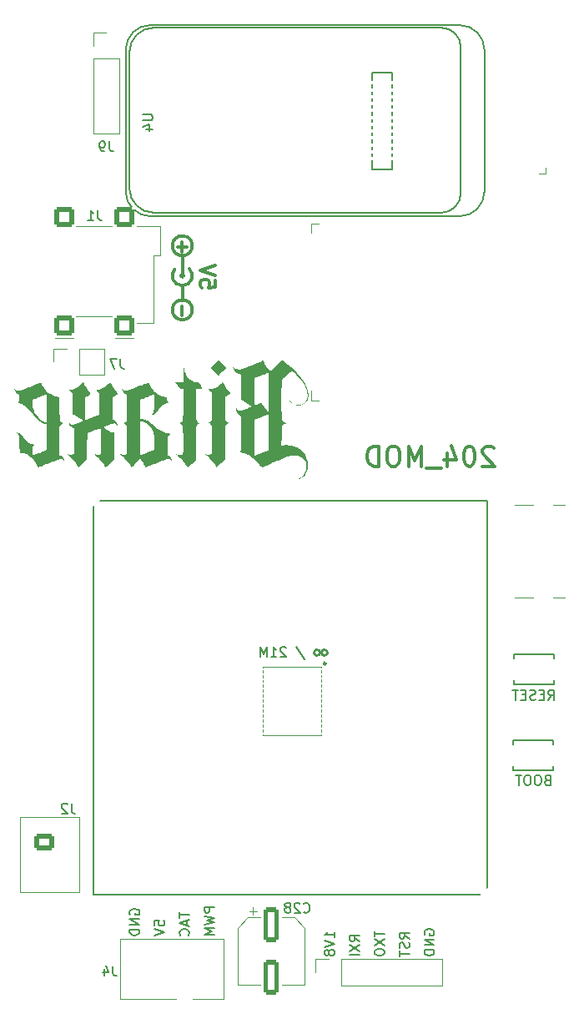
<source format=gbr>
%TF.GenerationSoftware,KiCad,Pcbnew,7.0.2*%
%TF.CreationDate,2024-01-11T01:28:16+01:00*%
%TF.ProjectId,bitaxe_RGZ_204_MOD_C,62697461-7865-45f5-9247-5a5f3230345f,rev?*%
%TF.SameCoordinates,Original*%
%TF.FileFunction,Legend,Bot*%
%TF.FilePolarity,Positive*%
%FSLAX46Y46*%
G04 Gerber Fmt 4.6, Leading zero omitted, Abs format (unit mm)*
G04 Created by KiCad (PCBNEW 7.0.2) date 2024-01-11 01:28:16*
%MOMM*%
%LPD*%
G01*
G04 APERTURE LIST*
G04 Aperture macros list*
%AMRoundRect*
0 Rectangle with rounded corners*
0 $1 Rounding radius*
0 $2 $3 $4 $5 $6 $7 $8 $9 X,Y pos of 4 corners*
0 Add a 4 corners polygon primitive as box body*
4,1,4,$2,$3,$4,$5,$6,$7,$8,$9,$2,$3,0*
0 Add four circle primitives for the rounded corners*
1,1,$1+$1,$2,$3*
1,1,$1+$1,$4,$5*
1,1,$1+$1,$6,$7*
1,1,$1+$1,$8,$9*
0 Add four rect primitives between the rounded corners*
20,1,$1+$1,$2,$3,$4,$5,0*
20,1,$1+$1,$4,$5,$6,$7,0*
20,1,$1+$1,$6,$7,$8,$9,0*
20,1,$1+$1,$8,$9,$2,$3,0*%
G04 Aperture macros list end*
%ADD10C,0.150000*%
%ADD11C,0.250000*%
%ADD12C,0.300000*%
%ADD13C,0.120000*%
%ADD14C,0.200000*%
%ADD15C,0.050000*%
%ADD16C,0.227485*%
%ADD17C,0.152400*%
%ADD18C,0.310000*%
%ADD19O,1.700000X1.700000*%
%ADD20R,1.700000X1.700000*%
%ADD21C,3.000000*%
%ADD22C,0.800000*%
%ADD23C,6.000000*%
%ADD24C,0.400000*%
%ADD25C,1.295400*%
%ADD26C,1.574800*%
%ADD27R,3.000000X0.350000*%
%ADD28C,2.000000*%
%ADD29C,0.650000*%
%ADD30R,1.150000X0.600000*%
%ADD31R,1.150000X0.300000*%
%ADD32O,1.800000X1.000000*%
%ADD33O,2.100000X1.000000*%
%ADD34R,0.900000X1.500000*%
%ADD35R,1.500000X0.900000*%
%ADD36R,0.900000X0.900000*%
%ADD37C,0.990600*%
%ADD38C,0.787400*%
%ADD39R,0.792000X0.221000*%
%ADD40R,4.277000X1.810000*%
%ADD41R,4.277000X4.530000*%
%ADD42RoundRect,0.250000X-0.550000X1.500000X-0.550000X-1.500000X0.550000X-1.500000X0.550000X1.500000X0*%
%ADD43C,1.600000*%
%ADD44C,1.800000*%
%ADD45RoundRect,0.250000X0.750000X-0.750000X0.750000X0.750000X-0.750000X0.750000X-0.750000X-0.750000X0*%
%ADD46R,0.508000X1.524000*%
%ADD47RoundRect,0.250000X-0.750000X0.600000X-0.750000X-0.600000X0.750000X-0.600000X0.750000X0.600000X0*%
%ADD48O,2.000000X1.700000*%
G04 APERTURE END LIST*
D10*
X85450000Y-95700000D02*
X125430000Y-95700000D01*
X125430000Y-135690000D01*
X85450000Y-135690000D01*
X85450000Y-95700000D01*
X117510119Y-140152046D02*
X117033928Y-139818713D01*
X117510119Y-139580618D02*
X116510119Y-139580618D01*
X116510119Y-139580618D02*
X116510119Y-139961570D01*
X116510119Y-139961570D02*
X116557738Y-140056808D01*
X116557738Y-140056808D02*
X116605357Y-140104427D01*
X116605357Y-140104427D02*
X116700595Y-140152046D01*
X116700595Y-140152046D02*
X116843452Y-140152046D01*
X116843452Y-140152046D02*
X116938690Y-140104427D01*
X116938690Y-140104427D02*
X116986309Y-140056808D01*
X116986309Y-140056808D02*
X117033928Y-139961570D01*
X117033928Y-139961570D02*
X117033928Y-139580618D01*
X117462500Y-140532999D02*
X117510119Y-140675856D01*
X117510119Y-140675856D02*
X117510119Y-140913951D01*
X117510119Y-140913951D02*
X117462500Y-141009189D01*
X117462500Y-141009189D02*
X117414880Y-141056808D01*
X117414880Y-141056808D02*
X117319642Y-141104427D01*
X117319642Y-141104427D02*
X117224404Y-141104427D01*
X117224404Y-141104427D02*
X117129166Y-141056808D01*
X117129166Y-141056808D02*
X117081547Y-141009189D01*
X117081547Y-141009189D02*
X117033928Y-140913951D01*
X117033928Y-140913951D02*
X116986309Y-140723475D01*
X116986309Y-140723475D02*
X116938690Y-140628237D01*
X116938690Y-140628237D02*
X116891071Y-140580618D01*
X116891071Y-140580618D02*
X116795833Y-140532999D01*
X116795833Y-140532999D02*
X116700595Y-140532999D01*
X116700595Y-140532999D02*
X116605357Y-140580618D01*
X116605357Y-140580618D02*
X116557738Y-140628237D01*
X116557738Y-140628237D02*
X116510119Y-140723475D01*
X116510119Y-140723475D02*
X116510119Y-140961570D01*
X116510119Y-140961570D02*
X116557738Y-141104427D01*
X116510119Y-141390142D02*
X116510119Y-141961570D01*
X117510119Y-141675856D02*
X116510119Y-141675856D01*
X91671619Y-138827523D02*
X91671619Y-138351333D01*
X91671619Y-138351333D02*
X92147809Y-138303714D01*
X92147809Y-138303714D02*
X92100190Y-138351333D01*
X92100190Y-138351333D02*
X92052571Y-138446571D01*
X92052571Y-138446571D02*
X92052571Y-138684666D01*
X92052571Y-138684666D02*
X92100190Y-138779904D01*
X92100190Y-138779904D02*
X92147809Y-138827523D01*
X92147809Y-138827523D02*
X92243047Y-138875142D01*
X92243047Y-138875142D02*
X92481142Y-138875142D01*
X92481142Y-138875142D02*
X92576380Y-138827523D01*
X92576380Y-138827523D02*
X92624000Y-138779904D01*
X92624000Y-138779904D02*
X92671619Y-138684666D01*
X92671619Y-138684666D02*
X92671619Y-138446571D01*
X92671619Y-138446571D02*
X92624000Y-138351333D01*
X92624000Y-138351333D02*
X92576380Y-138303714D01*
X91671619Y-139160857D02*
X92671619Y-139494190D01*
X92671619Y-139494190D02*
X91671619Y-139827523D01*
X109912619Y-140056809D02*
X109912619Y-139485381D01*
X109912619Y-139771095D02*
X108912619Y-139771095D01*
X108912619Y-139771095D02*
X109055476Y-139675857D01*
X109055476Y-139675857D02*
X109150714Y-139580619D01*
X109150714Y-139580619D02*
X109198333Y-139485381D01*
X108912619Y-140342524D02*
X109912619Y-140675857D01*
X109912619Y-140675857D02*
X108912619Y-141009190D01*
X109341190Y-141485381D02*
X109293571Y-141390143D01*
X109293571Y-141390143D02*
X109245952Y-141342524D01*
X109245952Y-141342524D02*
X109150714Y-141294905D01*
X109150714Y-141294905D02*
X109103095Y-141294905D01*
X109103095Y-141294905D02*
X109007857Y-141342524D01*
X109007857Y-141342524D02*
X108960238Y-141390143D01*
X108960238Y-141390143D02*
X108912619Y-141485381D01*
X108912619Y-141485381D02*
X108912619Y-141675857D01*
X108912619Y-141675857D02*
X108960238Y-141771095D01*
X108960238Y-141771095D02*
X109007857Y-141818714D01*
X109007857Y-141818714D02*
X109103095Y-141866333D01*
X109103095Y-141866333D02*
X109150714Y-141866333D01*
X109150714Y-141866333D02*
X109245952Y-141818714D01*
X109245952Y-141818714D02*
X109293571Y-141771095D01*
X109293571Y-141771095D02*
X109341190Y-141675857D01*
X109341190Y-141675857D02*
X109341190Y-141485381D01*
X109341190Y-141485381D02*
X109388809Y-141390143D01*
X109388809Y-141390143D02*
X109436428Y-141342524D01*
X109436428Y-141342524D02*
X109531666Y-141294905D01*
X109531666Y-141294905D02*
X109722142Y-141294905D01*
X109722142Y-141294905D02*
X109817380Y-141342524D01*
X109817380Y-141342524D02*
X109865000Y-141390143D01*
X109865000Y-141390143D02*
X109912619Y-141485381D01*
X109912619Y-141485381D02*
X109912619Y-141675857D01*
X109912619Y-141675857D02*
X109865000Y-141771095D01*
X109865000Y-141771095D02*
X109817380Y-141818714D01*
X109817380Y-141818714D02*
X109722142Y-141866333D01*
X109722142Y-141866333D02*
X109531666Y-141866333D01*
X109531666Y-141866333D02*
X109436428Y-141818714D01*
X109436428Y-141818714D02*
X109388809Y-141771095D01*
X109388809Y-141771095D02*
X109341190Y-141675857D01*
X106026190Y-110525000D02*
X106883332Y-111810714D01*
X104978570Y-110667857D02*
X104930951Y-110620238D01*
X104930951Y-110620238D02*
X104835713Y-110572619D01*
X104835713Y-110572619D02*
X104597618Y-110572619D01*
X104597618Y-110572619D02*
X104502380Y-110620238D01*
X104502380Y-110620238D02*
X104454761Y-110667857D01*
X104454761Y-110667857D02*
X104407142Y-110763095D01*
X104407142Y-110763095D02*
X104407142Y-110858333D01*
X104407142Y-110858333D02*
X104454761Y-111001190D01*
X104454761Y-111001190D02*
X105026189Y-111572619D01*
X105026189Y-111572619D02*
X104407142Y-111572619D01*
X103454761Y-111572619D02*
X104026189Y-111572619D01*
X103740475Y-111572619D02*
X103740475Y-110572619D01*
X103740475Y-110572619D02*
X103835713Y-110715476D01*
X103835713Y-110715476D02*
X103930951Y-110810714D01*
X103930951Y-110810714D02*
X104026189Y-110858333D01*
X103026189Y-111572619D02*
X103026189Y-110572619D01*
X103026189Y-110572619D02*
X102692856Y-111286904D01*
X102692856Y-111286904D02*
X102359523Y-110572619D01*
X102359523Y-110572619D02*
X102359523Y-111572619D01*
D11*
X108279523Y-110932857D02*
X108089047Y-110837619D01*
X108089047Y-110837619D02*
X107898571Y-110932857D01*
X107898571Y-110932857D02*
X107803333Y-111123333D01*
X107803333Y-111123333D02*
X107898571Y-111313809D01*
X107898571Y-111313809D02*
X108089047Y-111409047D01*
X108089047Y-111409047D02*
X108279523Y-111313809D01*
X108279523Y-111313809D02*
X108660475Y-110932857D01*
X108660475Y-110932857D02*
X108850952Y-110837619D01*
X108850952Y-110837619D02*
X109041428Y-110932857D01*
X109041428Y-110932857D02*
X109136666Y-111123333D01*
X109136666Y-111123333D02*
X109041428Y-111313809D01*
X109041428Y-111313809D02*
X108850952Y-111409047D01*
X108850952Y-111409047D02*
X108660475Y-111313809D01*
X108660475Y-111313809D02*
X108279523Y-110932857D01*
D12*
X97822571Y-73350571D02*
X97822571Y-74064857D01*
X97822571Y-74064857D02*
X97108285Y-74136285D01*
X97108285Y-74136285D02*
X97179714Y-74064857D01*
X97179714Y-74064857D02*
X97251142Y-73922000D01*
X97251142Y-73922000D02*
X97251142Y-73564857D01*
X97251142Y-73564857D02*
X97179714Y-73422000D01*
X97179714Y-73422000D02*
X97108285Y-73350571D01*
X97108285Y-73350571D02*
X96965428Y-73279142D01*
X96965428Y-73279142D02*
X96608285Y-73279142D01*
X96608285Y-73279142D02*
X96465428Y-73350571D01*
X96465428Y-73350571D02*
X96394000Y-73422000D01*
X96394000Y-73422000D02*
X96322571Y-73564857D01*
X96322571Y-73564857D02*
X96322571Y-73922000D01*
X96322571Y-73922000D02*
X96394000Y-74064857D01*
X96394000Y-74064857D02*
X96465428Y-74136285D01*
X97822571Y-72850571D02*
X96322571Y-72350571D01*
X96322571Y-72350571D02*
X97822571Y-71850571D01*
X126094047Y-90424714D02*
X125998809Y-90329476D01*
X125998809Y-90329476D02*
X125808333Y-90234238D01*
X125808333Y-90234238D02*
X125332142Y-90234238D01*
X125332142Y-90234238D02*
X125141666Y-90329476D01*
X125141666Y-90329476D02*
X125046428Y-90424714D01*
X125046428Y-90424714D02*
X124951190Y-90615190D01*
X124951190Y-90615190D02*
X124951190Y-90805666D01*
X124951190Y-90805666D02*
X125046428Y-91091380D01*
X125046428Y-91091380D02*
X126189285Y-92234238D01*
X126189285Y-92234238D02*
X124951190Y-92234238D01*
X123713095Y-90234238D02*
X123522618Y-90234238D01*
X123522618Y-90234238D02*
X123332142Y-90329476D01*
X123332142Y-90329476D02*
X123236904Y-90424714D01*
X123236904Y-90424714D02*
X123141666Y-90615190D01*
X123141666Y-90615190D02*
X123046428Y-90996142D01*
X123046428Y-90996142D02*
X123046428Y-91472333D01*
X123046428Y-91472333D02*
X123141666Y-91853285D01*
X123141666Y-91853285D02*
X123236904Y-92043761D01*
X123236904Y-92043761D02*
X123332142Y-92139000D01*
X123332142Y-92139000D02*
X123522618Y-92234238D01*
X123522618Y-92234238D02*
X123713095Y-92234238D01*
X123713095Y-92234238D02*
X123903571Y-92139000D01*
X123903571Y-92139000D02*
X123998809Y-92043761D01*
X123998809Y-92043761D02*
X124094047Y-91853285D01*
X124094047Y-91853285D02*
X124189285Y-91472333D01*
X124189285Y-91472333D02*
X124189285Y-90996142D01*
X124189285Y-90996142D02*
X124094047Y-90615190D01*
X124094047Y-90615190D02*
X123998809Y-90424714D01*
X123998809Y-90424714D02*
X123903571Y-90329476D01*
X123903571Y-90329476D02*
X123713095Y-90234238D01*
X121332142Y-90900904D02*
X121332142Y-92234238D01*
X121808333Y-90139000D02*
X122284523Y-91567571D01*
X122284523Y-91567571D02*
X121046428Y-91567571D01*
X120760714Y-92424714D02*
X119236904Y-92424714D01*
X118760713Y-92234238D02*
X118760713Y-90234238D01*
X118760713Y-90234238D02*
X118094046Y-91662809D01*
X118094046Y-91662809D02*
X117427380Y-90234238D01*
X117427380Y-90234238D02*
X117427380Y-92234238D01*
X116094047Y-90234238D02*
X115713094Y-90234238D01*
X115713094Y-90234238D02*
X115522618Y-90329476D01*
X115522618Y-90329476D02*
X115332142Y-90519952D01*
X115332142Y-90519952D02*
X115236904Y-90900904D01*
X115236904Y-90900904D02*
X115236904Y-91567571D01*
X115236904Y-91567571D02*
X115332142Y-91948523D01*
X115332142Y-91948523D02*
X115522618Y-92139000D01*
X115522618Y-92139000D02*
X115713094Y-92234238D01*
X115713094Y-92234238D02*
X116094047Y-92234238D01*
X116094047Y-92234238D02*
X116284523Y-92139000D01*
X116284523Y-92139000D02*
X116474999Y-91948523D01*
X116474999Y-91948523D02*
X116570237Y-91567571D01*
X116570237Y-91567571D02*
X116570237Y-90900904D01*
X116570237Y-90900904D02*
X116474999Y-90519952D01*
X116474999Y-90519952D02*
X116284523Y-90329476D01*
X116284523Y-90329476D02*
X116094047Y-90234238D01*
X114379761Y-92234238D02*
X114379761Y-90234238D01*
X114379761Y-90234238D02*
X113903571Y-90234238D01*
X113903571Y-90234238D02*
X113617856Y-90329476D01*
X113617856Y-90329476D02*
X113427380Y-90519952D01*
X113427380Y-90519952D02*
X113332142Y-90710428D01*
X113332142Y-90710428D02*
X113236904Y-91091380D01*
X113236904Y-91091380D02*
X113236904Y-91377095D01*
X113236904Y-91377095D02*
X113332142Y-91758047D01*
X113332142Y-91758047D02*
X113427380Y-91948523D01*
X113427380Y-91948523D02*
X113617856Y-92139000D01*
X113617856Y-92139000D02*
X113903571Y-92234238D01*
X113903571Y-92234238D02*
X114379761Y-92234238D01*
D10*
X112445119Y-140437762D02*
X111968928Y-140104429D01*
X112445119Y-139866334D02*
X111445119Y-139866334D01*
X111445119Y-139866334D02*
X111445119Y-140247286D01*
X111445119Y-140247286D02*
X111492738Y-140342524D01*
X111492738Y-140342524D02*
X111540357Y-140390143D01*
X111540357Y-140390143D02*
X111635595Y-140437762D01*
X111635595Y-140437762D02*
X111778452Y-140437762D01*
X111778452Y-140437762D02*
X111873690Y-140390143D01*
X111873690Y-140390143D02*
X111921309Y-140342524D01*
X111921309Y-140342524D02*
X111968928Y-140247286D01*
X111968928Y-140247286D02*
X111968928Y-139866334D01*
X111445119Y-140771096D02*
X112445119Y-141437762D01*
X111445119Y-141437762D02*
X112445119Y-140771096D01*
X112445119Y-141818715D02*
X111445119Y-141818715D01*
X97727619Y-136958238D02*
X96727619Y-136958238D01*
X96727619Y-136958238D02*
X96727619Y-137339190D01*
X96727619Y-137339190D02*
X96775238Y-137434428D01*
X96775238Y-137434428D02*
X96822857Y-137482047D01*
X96822857Y-137482047D02*
X96918095Y-137529666D01*
X96918095Y-137529666D02*
X97060952Y-137529666D01*
X97060952Y-137529666D02*
X97156190Y-137482047D01*
X97156190Y-137482047D02*
X97203809Y-137434428D01*
X97203809Y-137434428D02*
X97251428Y-137339190D01*
X97251428Y-137339190D02*
X97251428Y-136958238D01*
X96727619Y-137863000D02*
X97727619Y-138101095D01*
X97727619Y-138101095D02*
X97013333Y-138291571D01*
X97013333Y-138291571D02*
X97727619Y-138482047D01*
X97727619Y-138482047D02*
X96727619Y-138720143D01*
X97727619Y-139101095D02*
X96727619Y-139101095D01*
X96727619Y-139101095D02*
X97441904Y-139434428D01*
X97441904Y-139434428D02*
X96727619Y-139767761D01*
X96727619Y-139767761D02*
X97727619Y-139767761D01*
X119090238Y-139771095D02*
X119042619Y-139675857D01*
X119042619Y-139675857D02*
X119042619Y-139533000D01*
X119042619Y-139533000D02*
X119090238Y-139390143D01*
X119090238Y-139390143D02*
X119185476Y-139294905D01*
X119185476Y-139294905D02*
X119280714Y-139247286D01*
X119280714Y-139247286D02*
X119471190Y-139199667D01*
X119471190Y-139199667D02*
X119614047Y-139199667D01*
X119614047Y-139199667D02*
X119804523Y-139247286D01*
X119804523Y-139247286D02*
X119899761Y-139294905D01*
X119899761Y-139294905D02*
X119995000Y-139390143D01*
X119995000Y-139390143D02*
X120042619Y-139533000D01*
X120042619Y-139533000D02*
X120042619Y-139628238D01*
X120042619Y-139628238D02*
X119995000Y-139771095D01*
X119995000Y-139771095D02*
X119947380Y-139818714D01*
X119947380Y-139818714D02*
X119614047Y-139818714D01*
X119614047Y-139818714D02*
X119614047Y-139628238D01*
X120042619Y-140247286D02*
X119042619Y-140247286D01*
X119042619Y-140247286D02*
X120042619Y-140818714D01*
X120042619Y-140818714D02*
X119042619Y-140818714D01*
X120042619Y-141294905D02*
X119042619Y-141294905D01*
X119042619Y-141294905D02*
X119042619Y-141533000D01*
X119042619Y-141533000D02*
X119090238Y-141675857D01*
X119090238Y-141675857D02*
X119185476Y-141771095D01*
X119185476Y-141771095D02*
X119280714Y-141818714D01*
X119280714Y-141818714D02*
X119471190Y-141866333D01*
X119471190Y-141866333D02*
X119614047Y-141866333D01*
X119614047Y-141866333D02*
X119804523Y-141818714D01*
X119804523Y-141818714D02*
X119899761Y-141771095D01*
X119899761Y-141771095D02*
X119995000Y-141675857D01*
X119995000Y-141675857D02*
X120042619Y-141533000D01*
X120042619Y-141533000D02*
X120042619Y-141294905D01*
X113977619Y-139390143D02*
X113977619Y-139961571D01*
X114977619Y-139675857D02*
X113977619Y-139675857D01*
X113977619Y-140199667D02*
X114977619Y-140866333D01*
X113977619Y-140866333D02*
X114977619Y-140199667D01*
X113977619Y-141437762D02*
X113977619Y-141628238D01*
X113977619Y-141628238D02*
X114025238Y-141723476D01*
X114025238Y-141723476D02*
X114120476Y-141818714D01*
X114120476Y-141818714D02*
X114310952Y-141866333D01*
X114310952Y-141866333D02*
X114644285Y-141866333D01*
X114644285Y-141866333D02*
X114834761Y-141818714D01*
X114834761Y-141818714D02*
X114930000Y-141723476D01*
X114930000Y-141723476D02*
X114977619Y-141628238D01*
X114977619Y-141628238D02*
X114977619Y-141437762D01*
X114977619Y-141437762D02*
X114930000Y-141342524D01*
X114930000Y-141342524D02*
X114834761Y-141247286D01*
X114834761Y-141247286D02*
X114644285Y-141199667D01*
X114644285Y-141199667D02*
X114310952Y-141199667D01*
X114310952Y-141199667D02*
X114120476Y-141247286D01*
X114120476Y-141247286D02*
X114025238Y-141342524D01*
X114025238Y-141342524D02*
X113977619Y-141437762D01*
X94195119Y-137482047D02*
X94195119Y-138053475D01*
X95195119Y-137767761D02*
X94195119Y-137767761D01*
X94909404Y-138339190D02*
X94909404Y-138815380D01*
X95195119Y-138243952D02*
X94195119Y-138577285D01*
X94195119Y-138577285D02*
X95195119Y-138910618D01*
X95099880Y-139815380D02*
X95147500Y-139767761D01*
X95147500Y-139767761D02*
X95195119Y-139624904D01*
X95195119Y-139624904D02*
X95195119Y-139529666D01*
X95195119Y-139529666D02*
X95147500Y-139386809D01*
X95147500Y-139386809D02*
X95052261Y-139291571D01*
X95052261Y-139291571D02*
X94957023Y-139243952D01*
X94957023Y-139243952D02*
X94766547Y-139196333D01*
X94766547Y-139196333D02*
X94623690Y-139196333D01*
X94623690Y-139196333D02*
X94433214Y-139243952D01*
X94433214Y-139243952D02*
X94337976Y-139291571D01*
X94337976Y-139291571D02*
X94242738Y-139386809D01*
X94242738Y-139386809D02*
X94195119Y-139529666D01*
X94195119Y-139529666D02*
X94195119Y-139624904D01*
X94195119Y-139624904D02*
X94242738Y-139767761D01*
X94242738Y-139767761D02*
X94290357Y-139815380D01*
X89177738Y-137720143D02*
X89130119Y-137624905D01*
X89130119Y-137624905D02*
X89130119Y-137482048D01*
X89130119Y-137482048D02*
X89177738Y-137339191D01*
X89177738Y-137339191D02*
X89272976Y-137243953D01*
X89272976Y-137243953D02*
X89368214Y-137196334D01*
X89368214Y-137196334D02*
X89558690Y-137148715D01*
X89558690Y-137148715D02*
X89701547Y-137148715D01*
X89701547Y-137148715D02*
X89892023Y-137196334D01*
X89892023Y-137196334D02*
X89987261Y-137243953D01*
X89987261Y-137243953D02*
X90082500Y-137339191D01*
X90082500Y-137339191D02*
X90130119Y-137482048D01*
X90130119Y-137482048D02*
X90130119Y-137577286D01*
X90130119Y-137577286D02*
X90082500Y-137720143D01*
X90082500Y-137720143D02*
X90034880Y-137767762D01*
X90034880Y-137767762D02*
X89701547Y-137767762D01*
X89701547Y-137767762D02*
X89701547Y-137577286D01*
X90130119Y-138196334D02*
X89130119Y-138196334D01*
X89130119Y-138196334D02*
X90130119Y-138767762D01*
X90130119Y-138767762D02*
X89130119Y-138767762D01*
X90130119Y-139243953D02*
X89130119Y-139243953D01*
X89130119Y-139243953D02*
X89130119Y-139482048D01*
X89130119Y-139482048D02*
X89177738Y-139624905D01*
X89177738Y-139624905D02*
X89272976Y-139720143D01*
X89272976Y-139720143D02*
X89368214Y-139767762D01*
X89368214Y-139767762D02*
X89558690Y-139815381D01*
X89558690Y-139815381D02*
X89701547Y-139815381D01*
X89701547Y-139815381D02*
X89892023Y-139767762D01*
X89892023Y-139767762D02*
X89987261Y-139720143D01*
X89987261Y-139720143D02*
X90082500Y-139624905D01*
X90082500Y-139624905D02*
X90130119Y-139482048D01*
X90130119Y-139482048D02*
X90130119Y-139243953D01*
%TO.C,J9*%
X87074333Y-59279619D02*
X87074333Y-59993904D01*
X87074333Y-59993904D02*
X87121952Y-60136761D01*
X87121952Y-60136761D02*
X87217190Y-60232000D01*
X87217190Y-60232000D02*
X87360047Y-60279619D01*
X87360047Y-60279619D02*
X87455285Y-60279619D01*
X86550523Y-60279619D02*
X86360047Y-60279619D01*
X86360047Y-60279619D02*
X86264809Y-60232000D01*
X86264809Y-60232000D02*
X86217190Y-60184380D01*
X86217190Y-60184380D02*
X86121952Y-60041523D01*
X86121952Y-60041523D02*
X86074333Y-59851047D01*
X86074333Y-59851047D02*
X86074333Y-59470095D01*
X86074333Y-59470095D02*
X86121952Y-59374857D01*
X86121952Y-59374857D02*
X86169571Y-59327238D01*
X86169571Y-59327238D02*
X86264809Y-59279619D01*
X86264809Y-59279619D02*
X86455285Y-59279619D01*
X86455285Y-59279619D02*
X86550523Y-59327238D01*
X86550523Y-59327238D02*
X86598142Y-59374857D01*
X86598142Y-59374857D02*
X86645761Y-59470095D01*
X86645761Y-59470095D02*
X86645761Y-59708190D01*
X86645761Y-59708190D02*
X86598142Y-59803428D01*
X86598142Y-59803428D02*
X86550523Y-59851047D01*
X86550523Y-59851047D02*
X86455285Y-59898666D01*
X86455285Y-59898666D02*
X86264809Y-59898666D01*
X86264809Y-59898666D02*
X86169571Y-59851047D01*
X86169571Y-59851047D02*
X86121952Y-59803428D01*
X86121952Y-59803428D02*
X86074333Y-59708190D01*
%TO.C,J4*%
X87423333Y-142942619D02*
X87423333Y-143656904D01*
X87423333Y-143656904D02*
X87470952Y-143799761D01*
X87470952Y-143799761D02*
X87566190Y-143895000D01*
X87566190Y-143895000D02*
X87709047Y-143942619D01*
X87709047Y-143942619D02*
X87804285Y-143942619D01*
X86518571Y-143275952D02*
X86518571Y-143942619D01*
X86756666Y-142895000D02*
X86994761Y-143609285D01*
X86994761Y-143609285D02*
X86375714Y-143609285D01*
%TO.C,U4*%
X90470819Y-56573495D02*
X91280342Y-56573495D01*
X91280342Y-56573495D02*
X91375580Y-56621114D01*
X91375580Y-56621114D02*
X91423200Y-56668733D01*
X91423200Y-56668733D02*
X91470819Y-56763971D01*
X91470819Y-56763971D02*
X91470819Y-56954447D01*
X91470819Y-56954447D02*
X91423200Y-57049685D01*
X91423200Y-57049685D02*
X91375580Y-57097304D01*
X91375580Y-57097304D02*
X91280342Y-57144923D01*
X91280342Y-57144923D02*
X90470819Y-57144923D01*
X90804152Y-58049685D02*
X91470819Y-58049685D01*
X90423200Y-57811590D02*
X91137485Y-57573495D01*
X91137485Y-57573495D02*
X91137485Y-58192542D01*
%TO.C,J7*%
X88191333Y-81324619D02*
X88191333Y-82038904D01*
X88191333Y-82038904D02*
X88238952Y-82181761D01*
X88238952Y-82181761D02*
X88334190Y-82277000D01*
X88334190Y-82277000D02*
X88477047Y-82324619D01*
X88477047Y-82324619D02*
X88572285Y-82324619D01*
X87810380Y-81324619D02*
X87143714Y-81324619D01*
X87143714Y-81324619D02*
X87572285Y-82324619D01*
%TO.C,C28*%
X106790857Y-137442380D02*
X106838476Y-137490000D01*
X106838476Y-137490000D02*
X106981333Y-137537619D01*
X106981333Y-137537619D02*
X107076571Y-137537619D01*
X107076571Y-137537619D02*
X107219428Y-137490000D01*
X107219428Y-137490000D02*
X107314666Y-137394761D01*
X107314666Y-137394761D02*
X107362285Y-137299523D01*
X107362285Y-137299523D02*
X107409904Y-137109047D01*
X107409904Y-137109047D02*
X107409904Y-136966190D01*
X107409904Y-136966190D02*
X107362285Y-136775714D01*
X107362285Y-136775714D02*
X107314666Y-136680476D01*
X107314666Y-136680476D02*
X107219428Y-136585238D01*
X107219428Y-136585238D02*
X107076571Y-136537619D01*
X107076571Y-136537619D02*
X106981333Y-136537619D01*
X106981333Y-136537619D02*
X106838476Y-136585238D01*
X106838476Y-136585238D02*
X106790857Y-136632857D01*
X106409904Y-136632857D02*
X106362285Y-136585238D01*
X106362285Y-136585238D02*
X106267047Y-136537619D01*
X106267047Y-136537619D02*
X106028952Y-136537619D01*
X106028952Y-136537619D02*
X105933714Y-136585238D01*
X105933714Y-136585238D02*
X105886095Y-136632857D01*
X105886095Y-136632857D02*
X105838476Y-136728095D01*
X105838476Y-136728095D02*
X105838476Y-136823333D01*
X105838476Y-136823333D02*
X105886095Y-136966190D01*
X105886095Y-136966190D02*
X106457523Y-137537619D01*
X106457523Y-137537619D02*
X105838476Y-137537619D01*
X105267047Y-136966190D02*
X105362285Y-136918571D01*
X105362285Y-136918571D02*
X105409904Y-136870952D01*
X105409904Y-136870952D02*
X105457523Y-136775714D01*
X105457523Y-136775714D02*
X105457523Y-136728095D01*
X105457523Y-136728095D02*
X105409904Y-136632857D01*
X105409904Y-136632857D02*
X105362285Y-136585238D01*
X105362285Y-136585238D02*
X105267047Y-136537619D01*
X105267047Y-136537619D02*
X105076571Y-136537619D01*
X105076571Y-136537619D02*
X104981333Y-136585238D01*
X104981333Y-136585238D02*
X104933714Y-136632857D01*
X104933714Y-136632857D02*
X104886095Y-136728095D01*
X104886095Y-136728095D02*
X104886095Y-136775714D01*
X104886095Y-136775714D02*
X104933714Y-136870952D01*
X104933714Y-136870952D02*
X104981333Y-136918571D01*
X104981333Y-136918571D02*
X105076571Y-136966190D01*
X105076571Y-136966190D02*
X105267047Y-136966190D01*
X105267047Y-136966190D02*
X105362285Y-137013809D01*
X105362285Y-137013809D02*
X105409904Y-137061428D01*
X105409904Y-137061428D02*
X105457523Y-137156666D01*
X105457523Y-137156666D02*
X105457523Y-137347142D01*
X105457523Y-137347142D02*
X105409904Y-137442380D01*
X105409904Y-137442380D02*
X105362285Y-137490000D01*
X105362285Y-137490000D02*
X105267047Y-137537619D01*
X105267047Y-137537619D02*
X105076571Y-137537619D01*
X105076571Y-137537619D02*
X104981333Y-137490000D01*
X104981333Y-137490000D02*
X104933714Y-137442380D01*
X104933714Y-137442380D02*
X104886095Y-137347142D01*
X104886095Y-137347142D02*
X104886095Y-137156666D01*
X104886095Y-137156666D02*
X104933714Y-137061428D01*
X104933714Y-137061428D02*
X104981333Y-137013809D01*
X104981333Y-137013809D02*
X105076571Y-136966190D01*
%TO.C,J1*%
X85881333Y-66294619D02*
X85881333Y-67008904D01*
X85881333Y-67008904D02*
X85928952Y-67151761D01*
X85928952Y-67151761D02*
X86024190Y-67247000D01*
X86024190Y-67247000D02*
X86167047Y-67294619D01*
X86167047Y-67294619D02*
X86262285Y-67294619D01*
X84881333Y-67294619D02*
X85452761Y-67294619D01*
X85167047Y-67294619D02*
X85167047Y-66294619D01*
X85167047Y-66294619D02*
X85262285Y-66437476D01*
X85262285Y-66437476D02*
X85357523Y-66532714D01*
X85357523Y-66532714D02*
X85452761Y-66580333D01*
%TO.C,SW1*%
X131608381Y-115932619D02*
X131941714Y-115456428D01*
X132179809Y-115932619D02*
X132179809Y-114932619D01*
X132179809Y-114932619D02*
X131798857Y-114932619D01*
X131798857Y-114932619D02*
X131703619Y-114980238D01*
X131703619Y-114980238D02*
X131656000Y-115027857D01*
X131656000Y-115027857D02*
X131608381Y-115123095D01*
X131608381Y-115123095D02*
X131608381Y-115265952D01*
X131608381Y-115265952D02*
X131656000Y-115361190D01*
X131656000Y-115361190D02*
X131703619Y-115408809D01*
X131703619Y-115408809D02*
X131798857Y-115456428D01*
X131798857Y-115456428D02*
X132179809Y-115456428D01*
X131179809Y-115408809D02*
X130846476Y-115408809D01*
X130703619Y-115932619D02*
X131179809Y-115932619D01*
X131179809Y-115932619D02*
X131179809Y-114932619D01*
X131179809Y-114932619D02*
X130703619Y-114932619D01*
X130322666Y-115885000D02*
X130179809Y-115932619D01*
X130179809Y-115932619D02*
X129941714Y-115932619D01*
X129941714Y-115932619D02*
X129846476Y-115885000D01*
X129846476Y-115885000D02*
X129798857Y-115837380D01*
X129798857Y-115837380D02*
X129751238Y-115742142D01*
X129751238Y-115742142D02*
X129751238Y-115646904D01*
X129751238Y-115646904D02*
X129798857Y-115551666D01*
X129798857Y-115551666D02*
X129846476Y-115504047D01*
X129846476Y-115504047D02*
X129941714Y-115456428D01*
X129941714Y-115456428D02*
X130132190Y-115408809D01*
X130132190Y-115408809D02*
X130227428Y-115361190D01*
X130227428Y-115361190D02*
X130275047Y-115313571D01*
X130275047Y-115313571D02*
X130322666Y-115218333D01*
X130322666Y-115218333D02*
X130322666Y-115123095D01*
X130322666Y-115123095D02*
X130275047Y-115027857D01*
X130275047Y-115027857D02*
X130227428Y-114980238D01*
X130227428Y-114980238D02*
X130132190Y-114932619D01*
X130132190Y-114932619D02*
X129894095Y-114932619D01*
X129894095Y-114932619D02*
X129751238Y-114980238D01*
X129322666Y-115408809D02*
X128989333Y-115408809D01*
X128846476Y-115932619D02*
X129322666Y-115932619D01*
X129322666Y-115932619D02*
X129322666Y-114932619D01*
X129322666Y-114932619D02*
X128846476Y-114932619D01*
X128560761Y-114932619D02*
X127989333Y-114932619D01*
X128275047Y-115932619D02*
X128275047Y-114932619D01*
D12*
%TO.C,U3*%
X94458166Y-70469380D02*
X94458166Y-69517000D01*
X93981976Y-69993190D02*
X94934357Y-69993190D01*
X94468166Y-76979380D02*
X94468166Y-76027000D01*
D10*
%TO.C,J2*%
X83228333Y-126449619D02*
X83228333Y-127163904D01*
X83228333Y-127163904D02*
X83275952Y-127306761D01*
X83275952Y-127306761D02*
X83371190Y-127402000D01*
X83371190Y-127402000D02*
X83514047Y-127449619D01*
X83514047Y-127449619D02*
X83609285Y-127449619D01*
X82799761Y-126544857D02*
X82752142Y-126497238D01*
X82752142Y-126497238D02*
X82656904Y-126449619D01*
X82656904Y-126449619D02*
X82418809Y-126449619D01*
X82418809Y-126449619D02*
X82323571Y-126497238D01*
X82323571Y-126497238D02*
X82275952Y-126544857D01*
X82275952Y-126544857D02*
X82228333Y-126640095D01*
X82228333Y-126640095D02*
X82228333Y-126735333D01*
X82228333Y-126735333D02*
X82275952Y-126878190D01*
X82275952Y-126878190D02*
X82847380Y-127449619D01*
X82847380Y-127449619D02*
X82228333Y-127449619D01*
%TO.C,SW2*%
X131514142Y-124060809D02*
X131371285Y-124108428D01*
X131371285Y-124108428D02*
X131323666Y-124156047D01*
X131323666Y-124156047D02*
X131276047Y-124251285D01*
X131276047Y-124251285D02*
X131276047Y-124394142D01*
X131276047Y-124394142D02*
X131323666Y-124489380D01*
X131323666Y-124489380D02*
X131371285Y-124537000D01*
X131371285Y-124537000D02*
X131466523Y-124584619D01*
X131466523Y-124584619D02*
X131847475Y-124584619D01*
X131847475Y-124584619D02*
X131847475Y-123584619D01*
X131847475Y-123584619D02*
X131514142Y-123584619D01*
X131514142Y-123584619D02*
X131418904Y-123632238D01*
X131418904Y-123632238D02*
X131371285Y-123679857D01*
X131371285Y-123679857D02*
X131323666Y-123775095D01*
X131323666Y-123775095D02*
X131323666Y-123870333D01*
X131323666Y-123870333D02*
X131371285Y-123965571D01*
X131371285Y-123965571D02*
X131418904Y-124013190D01*
X131418904Y-124013190D02*
X131514142Y-124060809D01*
X131514142Y-124060809D02*
X131847475Y-124060809D01*
X130656999Y-123584619D02*
X130466523Y-123584619D01*
X130466523Y-123584619D02*
X130371285Y-123632238D01*
X130371285Y-123632238D02*
X130276047Y-123727476D01*
X130276047Y-123727476D02*
X130228428Y-123917952D01*
X130228428Y-123917952D02*
X130228428Y-124251285D01*
X130228428Y-124251285D02*
X130276047Y-124441761D01*
X130276047Y-124441761D02*
X130371285Y-124537000D01*
X130371285Y-124537000D02*
X130466523Y-124584619D01*
X130466523Y-124584619D02*
X130656999Y-124584619D01*
X130656999Y-124584619D02*
X130752237Y-124537000D01*
X130752237Y-124537000D02*
X130847475Y-124441761D01*
X130847475Y-124441761D02*
X130895094Y-124251285D01*
X130895094Y-124251285D02*
X130895094Y-123917952D01*
X130895094Y-123917952D02*
X130847475Y-123727476D01*
X130847475Y-123727476D02*
X130752237Y-123632238D01*
X130752237Y-123632238D02*
X130656999Y-123584619D01*
X129609380Y-123584619D02*
X129418904Y-123584619D01*
X129418904Y-123584619D02*
X129323666Y-123632238D01*
X129323666Y-123632238D02*
X129228428Y-123727476D01*
X129228428Y-123727476D02*
X129180809Y-123917952D01*
X129180809Y-123917952D02*
X129180809Y-124251285D01*
X129180809Y-124251285D02*
X129228428Y-124441761D01*
X129228428Y-124441761D02*
X129323666Y-124537000D01*
X129323666Y-124537000D02*
X129418904Y-124584619D01*
X129418904Y-124584619D02*
X129609380Y-124584619D01*
X129609380Y-124584619D02*
X129704618Y-124537000D01*
X129704618Y-124537000D02*
X129799856Y-124441761D01*
X129799856Y-124441761D02*
X129847475Y-124251285D01*
X129847475Y-124251285D02*
X129847475Y-123917952D01*
X129847475Y-123917952D02*
X129799856Y-123727476D01*
X129799856Y-123727476D02*
X129704618Y-123632238D01*
X129704618Y-123632238D02*
X129609380Y-123584619D01*
X128895094Y-123584619D02*
X128323666Y-123584619D01*
X128609380Y-124584619D02*
X128609380Y-123584619D01*
D13*
%TO.C,J9*%
X88096400Y-58505400D02*
X85436400Y-58505400D01*
X85436400Y-50825400D02*
X85436400Y-58505400D01*
X88096400Y-50825400D02*
X85436400Y-50825400D01*
X88096400Y-50825400D02*
X88096400Y-58505400D01*
X85436400Y-48225400D02*
X85436400Y-49555400D01*
X86766400Y-48225400D02*
X85436400Y-48225400D01*
%TO.C,J4*%
X88198600Y-140193000D02*
X98663400Y-140193000D01*
X88198600Y-146289000D02*
X88198600Y-140193000D01*
X93861825Y-146289000D02*
X88198600Y-146289000D01*
X98663400Y-140193000D02*
X98663400Y-146289000D01*
X98663400Y-146289000D02*
X95540175Y-146289000D01*
D14*
%TO.C,U4*%
X91232702Y-47479029D02*
X122627232Y-47479029D01*
X120746055Y-47738804D02*
X91596055Y-47738804D01*
X91596055Y-47738804D02*
X91596055Y-47748804D01*
X120746055Y-47748804D02*
X120746055Y-47738804D01*
X91596055Y-47748804D02*
X120746055Y-47748804D01*
X122736055Y-49738804D02*
X122746055Y-49738804D01*
X122736055Y-49738804D02*
X122736055Y-64528804D01*
X125127232Y-49979029D02*
X125127232Y-64373613D01*
X89096055Y-50238804D02*
X89106055Y-50238804D01*
X89096055Y-50238804D02*
X89096055Y-64028804D01*
X115734999Y-52306827D02*
X115734999Y-62095933D01*
X113735248Y-52306827D02*
X115734999Y-52306827D01*
X113735248Y-52306827D02*
X113735248Y-62095933D01*
X115734999Y-53339663D02*
X115386867Y-53339663D01*
X113735248Y-62095933D02*
X115734999Y-62095933D01*
X89106055Y-64028804D02*
X89106055Y-50238804D01*
X89096055Y-64028804D02*
X89106055Y-64028804D01*
X88732702Y-64373613D02*
X88732702Y-49979029D01*
X122746055Y-64528804D02*
X122746055Y-49738804D01*
X122736055Y-64528804D02*
X122746055Y-64528804D01*
X120746055Y-66518804D02*
X91596055Y-66518804D01*
X120746055Y-66518804D02*
X120746055Y-66528804D01*
X91596055Y-66528804D02*
X91596055Y-66518804D01*
X91596055Y-66528804D02*
X120746055Y-66528804D01*
X122627232Y-66873613D02*
X91232702Y-66873613D01*
X125127232Y-49979029D02*
G75*
G03*
X122627232Y-47479029I-2500000J0D01*
G01*
X122746055Y-49738804D02*
G75*
G03*
X120746055Y-47738804I-1999999J1D01*
G01*
X122736055Y-49738804D02*
G75*
G03*
X120746055Y-47748804I-1990002J-2D01*
G01*
X91232702Y-47479029D02*
G75*
G03*
X88732702Y-49979029I0J-2500000D01*
G01*
X91596055Y-47748805D02*
G75*
G03*
X89106056Y-50238804I1J-2490000D01*
G01*
X91596055Y-47738805D02*
G75*
G03*
X89096056Y-50238804I1J-2500000D01*
G01*
X122627232Y-66873613D02*
G75*
G03*
X125127232Y-64373613I-3J2500003D01*
G01*
X120746055Y-66528806D02*
G75*
G03*
X122746055Y-64528804I4J1999996D01*
G01*
X120746055Y-66518806D02*
G75*
G03*
X122736055Y-64528804I-6J1990006D01*
G01*
X89106055Y-64028804D02*
G75*
G03*
X91596055Y-66518804I2490004J4D01*
G01*
X89096055Y-64028804D02*
G75*
G03*
X91596055Y-66528804I2500004J4D01*
G01*
X88732696Y-64373613D02*
G75*
G03*
X91232702Y-66873613I2500003J3D01*
G01*
D13*
%TO.C,J7*%
X86578000Y-80302000D02*
X86578000Y-82962000D01*
X83978000Y-80302000D02*
X86578000Y-80302000D01*
X83978000Y-80302000D02*
X83978000Y-82962000D01*
X82708000Y-80302000D02*
X81378000Y-80302000D01*
X81378000Y-80302000D02*
X81378000Y-81632000D01*
X83978000Y-82962000D02*
X86578000Y-82962000D01*
%TO.C,J3*%
X120840000Y-142250000D02*
X120840000Y-144910000D01*
X110620000Y-142250000D02*
X120840000Y-142250000D01*
X110620000Y-142250000D02*
X110620000Y-144910000D01*
X109350000Y-142250000D02*
X108020000Y-142250000D01*
X108020000Y-142250000D02*
X108020000Y-143580000D01*
X110620000Y-144910000D02*
X120840000Y-144910000D01*
%TO.C,J8*%
X132148000Y-96180000D02*
X133298000Y-96180000D01*
X130048000Y-96180000D02*
X128248000Y-96180000D01*
X132148000Y-105520000D02*
X133298000Y-105520000D01*
X130048000Y-105520000D02*
X128248000Y-105520000D01*
%TO.C,U12*%
X107593000Y-85594000D02*
X107593000Y-84594000D01*
X108343000Y-85594000D02*
X107593000Y-85594000D01*
X107593000Y-67594000D02*
X107593000Y-68594000D01*
X108343000Y-67594000D02*
X107593000Y-67594000D01*
%TO.C,J5*%
X131344500Y-62574000D02*
X131344500Y-61939000D01*
X130709500Y-62574000D02*
X131344500Y-62574000D01*
%TO.C,G\u002A\u002A\u002A*%
G36*
X105297377Y-85451519D02*
G01*
X105286959Y-85461937D01*
X105276541Y-85451519D01*
X105286959Y-85441100D01*
X105297377Y-85451519D01*
G37*
G36*
X105255704Y-85368172D02*
G01*
X105245286Y-85378590D01*
X105234867Y-85368172D01*
X105245286Y-85357753D01*
X105255704Y-85368172D01*
G37*
G36*
X105234867Y-85326498D02*
G01*
X105224449Y-85336917D01*
X105214030Y-85326498D01*
X105224449Y-85316080D01*
X105234867Y-85326498D01*
G37*
G36*
X105214030Y-85263988D02*
G01*
X105203612Y-85274406D01*
X105193194Y-85263988D01*
X105203612Y-85253570D01*
X105214030Y-85263988D01*
G37*
G36*
X105193194Y-85222314D02*
G01*
X105182775Y-85232733D01*
X105172357Y-85222314D01*
X105182775Y-85211896D01*
X105193194Y-85222314D01*
G37*
G36*
X106207249Y-93532705D02*
G01*
X106210509Y-93538973D01*
X106193358Y-93546597D01*
X106182327Y-93545093D01*
X106179467Y-93532705D01*
X106182521Y-93530212D01*
X106207249Y-93532705D01*
G37*
G36*
X105309000Y-85483711D02*
G01*
X105328633Y-85503611D01*
X105332514Y-85510988D01*
X105331092Y-85524447D01*
X105327429Y-85523510D01*
X105307796Y-85503611D01*
X105303915Y-85496233D01*
X105305336Y-85482774D01*
X105309000Y-85483711D01*
G37*
G36*
X98540920Y-81862387D02*
G01*
X98931469Y-82252936D01*
X98546341Y-82638486D01*
X98449470Y-82735116D01*
X98354826Y-82828788D01*
X98273612Y-82908393D01*
X98209810Y-82970055D01*
X98167402Y-83009895D01*
X98150372Y-83024037D01*
X98135328Y-83011697D01*
X98094503Y-82973464D01*
X98032016Y-82913149D01*
X97951849Y-82834630D01*
X97857984Y-82741783D01*
X97754403Y-82638486D01*
X97369274Y-82252936D01*
X97759823Y-81862387D01*
X98150372Y-81471838D01*
X98540920Y-81862387D01*
G37*
G36*
X94658657Y-82411391D02*
G01*
X94718483Y-82577923D01*
X94835869Y-82849578D01*
X94965792Y-83086605D01*
X95107311Y-83287743D01*
X95259487Y-83451733D01*
X95421380Y-83577312D01*
X95592051Y-83663223D01*
X95622352Y-83672273D01*
X95702184Y-83687666D01*
X95804628Y-83700618D01*
X95917468Y-83709396D01*
X96153719Y-83722068D01*
X96339412Y-84044579D01*
X96392934Y-84138222D01*
X96445756Y-84232196D01*
X96487615Y-84308401D01*
X96515177Y-84360755D01*
X96525105Y-84383177D01*
X96518349Y-84386444D01*
X96477801Y-84391525D01*
X96406758Y-84395589D01*
X96312299Y-84398286D01*
X96201501Y-84399263D01*
X95877898Y-84399263D01*
X95883741Y-85956810D01*
X95884751Y-86222763D01*
X95885803Y-86479267D01*
X95886877Y-86699687D01*
X95888064Y-86886956D01*
X95889456Y-87044007D01*
X95891141Y-87173772D01*
X95893213Y-87279184D01*
X95895760Y-87363176D01*
X95898875Y-87428680D01*
X95902647Y-87478630D01*
X95907169Y-87515958D01*
X95912530Y-87543596D01*
X95918821Y-87564478D01*
X95926134Y-87581537D01*
X95934559Y-87597704D01*
X95967482Y-87651060D01*
X96055027Y-87751089D01*
X96156170Y-87823073D01*
X96214389Y-87853128D01*
X96123280Y-87906522D01*
X96025460Y-87985849D01*
X95948072Y-88093462D01*
X95900823Y-88216681D01*
X95899286Y-88226517D01*
X95895519Y-88280101D01*
X95892092Y-88372604D01*
X95889029Y-88502040D01*
X95886356Y-88666420D01*
X95884096Y-88863758D01*
X95882273Y-89092066D01*
X95880913Y-89349358D01*
X95880039Y-89633645D01*
X95879675Y-89942941D01*
X95879166Y-91579727D01*
X95448325Y-91980734D01*
X95017485Y-92381741D01*
X94983081Y-92291106D01*
X94952985Y-92225269D01*
X94883563Y-92109350D01*
X94788671Y-91976898D01*
X94672754Y-91833324D01*
X94540256Y-91684043D01*
X94395622Y-91534468D01*
X94243295Y-91390012D01*
X94189449Y-91340174D01*
X94107804Y-91260567D01*
X94033169Y-91183318D01*
X93968271Y-91111892D01*
X93915838Y-91049756D01*
X93878599Y-91000377D01*
X93859281Y-90967220D01*
X93860613Y-90953752D01*
X93885323Y-90963439D01*
X93936139Y-90999747D01*
X94005061Y-91050606D01*
X94075149Y-91090015D01*
X94142645Y-91109449D01*
X94221832Y-91114650D01*
X94237847Y-91114293D01*
X94347979Y-91094927D01*
X94451066Y-91050857D01*
X94530562Y-90988826D01*
X94532379Y-90986732D01*
X94539468Y-90975896D01*
X94545509Y-90959740D01*
X94550568Y-90935235D01*
X94554713Y-90899351D01*
X94558009Y-90849059D01*
X94560524Y-90781329D01*
X94562323Y-90693133D01*
X94563473Y-90581440D01*
X94564041Y-90443221D01*
X94564093Y-90275447D01*
X94563695Y-90075088D01*
X94562914Y-89839116D01*
X94561817Y-89564500D01*
X94556032Y-88181133D01*
X94496556Y-88079946D01*
X94439387Y-88002665D01*
X94333624Y-87914447D01*
X94230168Y-87850135D01*
X94300863Y-87813867D01*
X94366062Y-87770554D01*
X94443251Y-87696483D01*
X94506593Y-87612150D01*
X94544111Y-87531459D01*
X94546098Y-87521002D01*
X94550796Y-87465207D01*
X94554879Y-87368001D01*
X94558346Y-87229570D01*
X94561193Y-87050101D01*
X94563418Y-86829779D01*
X94565018Y-86568789D01*
X94565991Y-86267320D01*
X94566334Y-85925555D01*
X94566450Y-84399263D01*
X94414002Y-84399263D01*
X94261554Y-84399263D01*
X93988368Y-84060666D01*
X93715182Y-83722068D01*
X94140816Y-83716436D01*
X94566450Y-83710804D01*
X94566719Y-82924640D01*
X94566987Y-82138475D01*
X94658657Y-82411391D01*
G37*
G36*
X98581379Y-83701597D02*
G01*
X98606868Y-83739431D01*
X98650966Y-83805258D01*
X98710904Y-83894937D01*
X98783917Y-84004327D01*
X98867237Y-84129286D01*
X98958097Y-84265674D01*
X99333963Y-84830117D01*
X99283708Y-84894331D01*
X99238958Y-84940954D01*
X99149598Y-85008433D01*
X99040475Y-85071120D01*
X98923885Y-85121258D01*
X98817148Y-85159167D01*
X98817148Y-86300967D01*
X98817141Y-86468956D01*
X98817254Y-86700818D01*
X98817809Y-86896685D01*
X98819140Y-87060028D01*
X98821580Y-87194316D01*
X98825462Y-87303019D01*
X98831120Y-87389608D01*
X98838887Y-87457551D01*
X98849095Y-87510319D01*
X98862079Y-87551381D01*
X98878172Y-87584207D01*
X98897706Y-87612267D01*
X98921016Y-87639031D01*
X98948434Y-87667968D01*
X98962559Y-87682001D01*
X99027873Y-87734850D01*
X99093429Y-87774109D01*
X99171761Y-87809986D01*
X99087193Y-87848120D01*
X99081189Y-87850908D01*
X98987567Y-87913583D01*
X98904366Y-88001842D01*
X98845796Y-88100811D01*
X98843745Y-88106549D01*
X98838651Y-88130110D01*
X98834206Y-88167364D01*
X98830369Y-88220855D01*
X98827096Y-88293125D01*
X98824344Y-88386720D01*
X98822069Y-88504181D01*
X98820229Y-88648054D01*
X98818780Y-88820882D01*
X98817678Y-89025208D01*
X98816882Y-89263576D01*
X98816347Y-89538530D01*
X98816030Y-89852613D01*
X98814912Y-91535850D01*
X98394086Y-91935924D01*
X98380189Y-91949130D01*
X98271400Y-92052134D01*
X98172962Y-92144689D01*
X98088831Y-92223126D01*
X98022960Y-92283775D01*
X97979304Y-92322967D01*
X97961818Y-92337032D01*
X97959421Y-92336089D01*
X97943663Y-92311740D01*
X97923791Y-92264547D01*
X97907029Y-92223642D01*
X97859092Y-92134633D01*
X97789476Y-92031862D01*
X97696108Y-91912755D01*
X97576914Y-91774737D01*
X97429818Y-91615232D01*
X97252746Y-91431666D01*
X97248827Y-91427671D01*
X97102567Y-91277424D01*
X96982892Y-91152082D01*
X96890291Y-91052222D01*
X96825247Y-90978419D01*
X96788249Y-90931249D01*
X96779781Y-90911288D01*
X96800331Y-90919112D01*
X96850385Y-90955296D01*
X96867027Y-90968203D01*
X96927821Y-91013268D01*
X96973365Y-91040313D01*
X97017516Y-91056341D01*
X97074127Y-91068352D01*
X97129942Y-91073441D01*
X97238049Y-91061354D01*
X97341236Y-91025987D01*
X97422296Y-90972098D01*
X97483596Y-90913369D01*
X97483479Y-89557670D01*
X97483145Y-89254837D01*
X97482102Y-88970254D01*
X97480347Y-88726899D01*
X97477877Y-88524546D01*
X97474688Y-88362966D01*
X97470776Y-88241934D01*
X97466139Y-88161222D01*
X97460771Y-88120602D01*
X97435336Y-88066360D01*
X97389801Y-88001088D01*
X97332751Y-87934217D01*
X97272696Y-87874911D01*
X97218147Y-87832336D01*
X97177613Y-87815656D01*
X97167433Y-87814652D01*
X97165936Y-87804484D01*
X97202300Y-87781971D01*
X97296346Y-87717636D01*
X97383115Y-87629669D01*
X97444009Y-87535194D01*
X97444851Y-87533364D01*
X97452489Y-87514569D01*
X97459029Y-87492081D01*
X97464557Y-87462735D01*
X97469160Y-87423365D01*
X97472924Y-87370808D01*
X97475934Y-87301897D01*
X97478277Y-87213468D01*
X97480039Y-87102356D01*
X97481305Y-86965396D01*
X97482162Y-86799422D01*
X97482696Y-86601269D01*
X97482993Y-86367774D01*
X97483138Y-86095770D01*
X97483596Y-84739693D01*
X97429124Y-84710540D01*
X97422698Y-84706762D01*
X97376569Y-84670402D01*
X97317643Y-84614563D01*
X97256707Y-84550488D01*
X97204550Y-84489417D01*
X97171963Y-84442592D01*
X97168091Y-84432748D01*
X97173634Y-84420670D01*
X97200438Y-84413564D01*
X97255305Y-84410109D01*
X97345034Y-84408983D01*
X97350438Y-84408960D01*
X97451115Y-84406299D01*
X97527260Y-84397502D01*
X97595167Y-84379602D01*
X97671126Y-84349635D01*
X97789608Y-84291318D01*
X97967268Y-84182468D01*
X98157391Y-84043585D01*
X98354998Y-83878102D01*
X98380848Y-83855198D01*
X98455893Y-83789813D01*
X98517299Y-83737955D01*
X98559302Y-83704424D01*
X98576137Y-83694018D01*
X98581379Y-83701597D01*
G37*
G36*
X82027421Y-86396884D02*
G01*
X82033145Y-87538503D01*
X82096403Y-87641032D01*
X82155450Y-87718173D01*
X82268340Y-87808739D01*
X82377018Y-87873917D01*
X82311706Y-87900970D01*
X82249097Y-87933051D01*
X82147877Y-88019926D01*
X82072044Y-88138608D01*
X82023133Y-88243643D01*
X82022930Y-89686191D01*
X82022726Y-91128740D01*
X82080027Y-91142512D01*
X82210508Y-91192847D01*
X82329426Y-91278621D01*
X82426016Y-91392600D01*
X82495357Y-91528917D01*
X82532525Y-91681707D01*
X82545259Y-91785891D01*
X82504649Y-91712963D01*
X82473559Y-91661855D01*
X82401918Y-91578902D01*
X82318243Y-91529736D01*
X82214874Y-91508963D01*
X82102023Y-91510974D01*
X81985434Y-91532619D01*
X81982707Y-91533445D01*
X81935762Y-91549385D01*
X81857232Y-91577763D01*
X81751527Y-91616882D01*
X81623059Y-91665042D01*
X81476236Y-91720543D01*
X81315468Y-91781687D01*
X81145167Y-91846775D01*
X80969742Y-91914106D01*
X80793603Y-91981983D01*
X80621160Y-92048706D01*
X80456823Y-92112576D01*
X80305003Y-92171893D01*
X80170109Y-92224959D01*
X80056552Y-92270075D01*
X79968741Y-92305541D01*
X79911088Y-92329658D01*
X79888001Y-92340727D01*
X79862645Y-92355625D01*
X79829105Y-92354985D01*
X79814030Y-92331045D01*
X79813403Y-92323844D01*
X79797706Y-92273980D01*
X79764011Y-92198597D01*
X79716484Y-92105099D01*
X79659287Y-92000892D01*
X79596583Y-91893380D01*
X79532538Y-91789968D01*
X79471313Y-91698061D01*
X79417073Y-91625064D01*
X79339441Y-91534541D01*
X79134370Y-91337486D01*
X78905532Y-91169490D01*
X78658283Y-91033691D01*
X78397980Y-90933225D01*
X78129978Y-90871230D01*
X77969978Y-90846516D01*
X77957287Y-90076417D01*
X77956100Y-90005928D01*
X77952065Y-89796379D01*
X77947508Y-89622627D01*
X77941899Y-89480152D01*
X77934707Y-89364431D01*
X77925404Y-89270946D01*
X77913459Y-89195174D01*
X77898343Y-89132596D01*
X77879526Y-89078690D01*
X77856479Y-89028936D01*
X77828670Y-88978813D01*
X77826542Y-88975238D01*
X77760853Y-88892636D01*
X77674230Y-88818120D01*
X77584498Y-88767140D01*
X77579506Y-88763556D01*
X77598714Y-88761980D01*
X77647008Y-88766511D01*
X77748070Y-88790690D01*
X77865797Y-88837903D01*
X77980727Y-88900115D01*
X78076710Y-88969687D01*
X78104515Y-88996891D01*
X78160010Y-89058192D01*
X78229682Y-89140322D01*
X78307351Y-89235948D01*
X78386836Y-89337733D01*
X78440535Y-89406704D01*
X78524607Y-89510438D01*
X78605286Y-89605425D01*
X78675480Y-89683386D01*
X78728093Y-89736041D01*
X78768333Y-89770407D01*
X78920927Y-89875337D01*
X79086811Y-89955682D01*
X79255605Y-90007083D01*
X79416929Y-90025186D01*
X79511153Y-90025186D01*
X79433614Y-90077875D01*
X79432206Y-90078833D01*
X79385886Y-90112732D01*
X79350202Y-90147319D01*
X79323662Y-90188450D01*
X79304777Y-90241978D01*
X79292056Y-90313759D01*
X79284009Y-90409648D01*
X79279146Y-90535501D01*
X79275975Y-90697171D01*
X79275966Y-90697775D01*
X79274149Y-90848078D01*
X79274120Y-90961163D01*
X79276084Y-91041440D01*
X79280244Y-91093321D01*
X79286806Y-91121215D01*
X79295972Y-91129533D01*
X79296771Y-91129475D01*
X79325819Y-91121026D01*
X79387696Y-91099711D01*
X79476890Y-91067626D01*
X79587886Y-91026862D01*
X79715171Y-90979514D01*
X79853233Y-90927674D01*
X79996559Y-90873437D01*
X80139635Y-90818895D01*
X80276949Y-90766141D01*
X80402987Y-90717269D01*
X80512236Y-90674371D01*
X80599183Y-90639543D01*
X80658316Y-90614875D01*
X80684120Y-90602463D01*
X80686249Y-90599778D01*
X80691458Y-90581345D01*
X80695815Y-90544616D01*
X80699363Y-90486992D01*
X80702142Y-90405877D01*
X80704192Y-90298673D01*
X80705556Y-90162783D01*
X80706273Y-89995612D01*
X80706385Y-89794560D01*
X80705933Y-89557032D01*
X80704957Y-89280430D01*
X80699592Y-87978443D01*
X80551247Y-87940772D01*
X80500892Y-87926819D01*
X80289883Y-87843654D01*
X80079206Y-87721682D01*
X79872203Y-87563075D01*
X79672217Y-87370002D01*
X79659999Y-87356758D01*
X79600497Y-87290239D01*
X79522392Y-87200747D01*
X79431895Y-87095491D01*
X79335215Y-86981681D01*
X79238560Y-86866525D01*
X79117669Y-86723180D01*
X78955279Y-86537366D01*
X78810289Y-86381022D01*
X78679314Y-86251018D01*
X78558969Y-86144225D01*
X78445870Y-86057511D01*
X78336633Y-85987748D01*
X78227872Y-85931804D01*
X78220570Y-85928504D01*
X78109989Y-85885210D01*
X77992614Y-85849453D01*
X77883031Y-85825135D01*
X77795825Y-85816162D01*
X77724193Y-85816162D01*
X77762283Y-85790849D01*
X79273002Y-85790849D01*
X79273403Y-85843304D01*
X79282415Y-86056086D01*
X79305397Y-86240864D01*
X79345284Y-86407735D01*
X79405006Y-86566796D01*
X79487498Y-86728144D01*
X79595690Y-86901876D01*
X79622701Y-86941438D01*
X79756587Y-87114920D01*
X79908770Y-87281346D01*
X80072211Y-87434507D01*
X80239874Y-87568195D01*
X80404721Y-87676203D01*
X80559716Y-87752321D01*
X80606596Y-87770065D01*
X80660760Y-87788503D01*
X80689945Y-87795653D01*
X80692917Y-87785389D01*
X80696765Y-87736247D01*
X80700163Y-87647782D01*
X80703091Y-87521371D01*
X80705531Y-87358391D01*
X80707462Y-87160220D01*
X80708865Y-86928236D01*
X80709721Y-86663815D01*
X80710011Y-86368336D01*
X80709954Y-86219270D01*
X80709632Y-85986947D01*
X80709047Y-85769334D01*
X80708222Y-85569800D01*
X80707184Y-85391716D01*
X80705955Y-85238453D01*
X80704561Y-85113381D01*
X80703026Y-85019871D01*
X80701375Y-84961293D01*
X80699632Y-84941018D01*
X80697198Y-84941618D01*
X80665516Y-84952880D01*
X80601970Y-84976795D01*
X80511932Y-85011260D01*
X80400772Y-85054175D01*
X80273861Y-85103435D01*
X80136569Y-85156938D01*
X79994266Y-85212582D01*
X79852323Y-85268265D01*
X79716112Y-85321884D01*
X79591001Y-85371336D01*
X79482363Y-85414519D01*
X79395567Y-85449331D01*
X79335984Y-85473669D01*
X79308985Y-85485430D01*
X79299819Y-85491624D01*
X79287745Y-85509078D01*
X79279831Y-85540904D01*
X79275271Y-85593927D01*
X79273263Y-85674968D01*
X79273002Y-85790849D01*
X77762283Y-85790849D01*
X77794993Y-85769111D01*
X77814923Y-85753759D01*
X77869020Y-85696032D01*
X77912677Y-85629257D01*
X77923540Y-85606770D01*
X77939509Y-85565129D01*
X77949969Y-85517961D01*
X77956048Y-85456232D01*
X77958869Y-85370910D01*
X77959560Y-85252960D01*
X77959560Y-84969466D01*
X77848925Y-84934591D01*
X77764098Y-84899438D01*
X77644746Y-84815834D01*
X77548803Y-84703704D01*
X77481139Y-84569291D01*
X77446622Y-84418837D01*
X77434795Y-84305497D01*
X77481411Y-84395757D01*
X77544497Y-84482273D01*
X77638124Y-84555163D01*
X77745035Y-84596754D01*
X77775999Y-84599770D01*
X77852100Y-84594749D01*
X77939454Y-84577824D01*
X77949045Y-84575110D01*
X78001747Y-84557669D01*
X78085549Y-84527940D01*
X78196069Y-84487603D01*
X78328923Y-84438342D01*
X78479729Y-84381838D01*
X78644104Y-84319772D01*
X78817664Y-84253826D01*
X78996028Y-84185683D01*
X79174813Y-84117023D01*
X79349635Y-84049529D01*
X79516111Y-83984882D01*
X79669860Y-83924765D01*
X79806498Y-83870858D01*
X79921642Y-83824844D01*
X80010910Y-83788404D01*
X80069918Y-83763221D01*
X80094285Y-83750975D01*
X80120166Y-83734724D01*
X80154501Y-83742611D01*
X80177761Y-83788361D01*
X80181584Y-83800953D01*
X80202903Y-83855355D01*
X80236051Y-83929916D01*
X80275663Y-84012356D01*
X80301451Y-84062802D01*
X80464328Y-84333731D01*
X80651348Y-84570726D01*
X80862382Y-84773694D01*
X81097302Y-84942537D01*
X81355976Y-85077161D01*
X81638277Y-85177470D01*
X81944074Y-85243368D01*
X82021697Y-85255265D01*
X82027278Y-86368336D01*
X82027421Y-86396884D01*
G37*
G36*
X92951602Y-90250237D02*
G01*
X92951602Y-91110809D01*
X93076623Y-91161008D01*
X93135703Y-91188285D01*
X93260059Y-91276422D01*
X93355288Y-91394034D01*
X93420103Y-91539701D01*
X93440315Y-91611093D01*
X93455695Y-91677983D01*
X93461268Y-91720367D01*
X93459023Y-91743739D01*
X93449439Y-91740705D01*
X93427480Y-91702544D01*
X93399600Y-91655483D01*
X93316999Y-91561942D01*
X93218536Y-91503769D01*
X93108283Y-91483758D01*
X93060215Y-91488713D01*
X92985779Y-91503064D01*
X92904456Y-91523521D01*
X92902553Y-91524067D01*
X92853283Y-91540193D01*
X92772599Y-91568766D01*
X92664903Y-91608092D01*
X92534596Y-91656477D01*
X92386079Y-91712227D01*
X92223755Y-91773648D01*
X92052024Y-91839046D01*
X91875289Y-91906726D01*
X91697950Y-91974995D01*
X91524409Y-92042157D01*
X91359068Y-92106520D01*
X91206328Y-92166389D01*
X91070591Y-92220070D01*
X90956258Y-92265869D01*
X90867731Y-92302091D01*
X90809411Y-92327042D01*
X90785700Y-92339029D01*
X90771886Y-92351036D01*
X90755631Y-92353673D01*
X90738889Y-92334552D01*
X90717228Y-92287816D01*
X90686213Y-92207610D01*
X90662910Y-92149559D01*
X90571566Y-91964371D01*
X90455643Y-91776377D01*
X90323518Y-91599617D01*
X90204132Y-91455016D01*
X89760633Y-91912168D01*
X89716691Y-91957300D01*
X89608142Y-92067298D01*
X89511970Y-92162617D01*
X89431442Y-92240151D01*
X89369821Y-92296793D01*
X89330373Y-92329436D01*
X89316362Y-92334972D01*
X89315883Y-92329192D01*
X89299716Y-92278141D01*
X89264370Y-92204342D01*
X89214880Y-92116803D01*
X89156281Y-92024529D01*
X89093608Y-91936527D01*
X89062219Y-91898108D01*
X89000510Y-91827908D01*
X88918786Y-91738418D01*
X88822297Y-91635300D01*
X88716295Y-91524217D01*
X88606030Y-91410830D01*
X88567179Y-91371213D01*
X88434427Y-91234601D01*
X88330772Y-91125537D01*
X88255415Y-91043009D01*
X88207555Y-90986007D01*
X88186391Y-90953521D01*
X88191123Y-90944539D01*
X88220950Y-90958052D01*
X88275071Y-90993049D01*
X88327681Y-91026993D01*
X88389999Y-91061844D01*
X88434040Y-91080311D01*
X88459695Y-91085179D01*
X88559975Y-91083991D01*
X88668755Y-91058228D01*
X88769493Y-91011295D01*
X88867599Y-90950643D01*
X88872962Y-89610360D01*
X88873222Y-89540892D01*
X88873544Y-89400083D01*
X90190733Y-89400083D01*
X90190796Y-89556431D01*
X90191188Y-89813958D01*
X90191912Y-90057340D01*
X90192941Y-90283519D01*
X90194248Y-90489435D01*
X90195804Y-90672030D01*
X90197582Y-90828245D01*
X90199554Y-90955021D01*
X90201693Y-91049301D01*
X90203971Y-91108024D01*
X90206360Y-91128132D01*
X90224777Y-91121967D01*
X90278174Y-91102276D01*
X90361870Y-91070728D01*
X90471363Y-91029039D01*
X90602151Y-90978923D01*
X90749731Y-90922095D01*
X90909601Y-90860270D01*
X91597213Y-90593808D01*
X91602665Y-89763431D01*
X91603805Y-89591672D01*
X91604757Y-89404579D01*
X91604591Y-89250536D01*
X91602722Y-89124693D01*
X91598561Y-89022203D01*
X91591524Y-88938217D01*
X91581023Y-88867888D01*
X91566472Y-88806367D01*
X91547284Y-88748806D01*
X91522873Y-88690358D01*
X91492652Y-88626173D01*
X91456035Y-88551405D01*
X91416175Y-88474865D01*
X91293868Y-88283095D01*
X91151453Y-88111074D01*
X90993569Y-87962335D01*
X90824856Y-87840413D01*
X90649951Y-87748841D01*
X90473495Y-87691152D01*
X90300126Y-87670880D01*
X90190733Y-87670633D01*
X90190733Y-89400083D01*
X88873544Y-89400083D01*
X88873881Y-89252850D01*
X88873753Y-88995930D01*
X88872855Y-88771640D01*
X88871204Y-88581485D01*
X88868816Y-88426972D01*
X88865707Y-88309608D01*
X88861895Y-88230899D01*
X88857396Y-88192352D01*
X88852673Y-88176286D01*
X88798751Y-88065198D01*
X88716830Y-87968647D01*
X88617842Y-87899974D01*
X88520615Y-87852908D01*
X88601504Y-87816692D01*
X88658633Y-87783005D01*
X88741119Y-87709018D01*
X88810476Y-87619013D01*
X88853835Y-87527725D01*
X88856569Y-87515338D01*
X88861851Y-87467915D01*
X88866328Y-87390774D01*
X88870030Y-87282207D01*
X88872989Y-87140508D01*
X88875236Y-86963969D01*
X88876802Y-86750883D01*
X88877719Y-86499542D01*
X88878017Y-86208239D01*
X88878017Y-84969466D01*
X88767383Y-84934591D01*
X88682556Y-84899438D01*
X88563204Y-84815834D01*
X88467261Y-84703704D01*
X88399596Y-84569291D01*
X88365080Y-84418837D01*
X88353253Y-84305497D01*
X88399869Y-84395757D01*
X88463088Y-84482404D01*
X88556608Y-84555190D01*
X88663286Y-84596709D01*
X88688887Y-84599571D01*
X88766898Y-84594347D01*
X88861235Y-84574403D01*
X88875828Y-84569942D01*
X88933842Y-84550016D01*
X89023804Y-84517605D01*
X89140989Y-84474511D01*
X89280669Y-84422538D01*
X89438118Y-84363488D01*
X89608609Y-84299162D01*
X89787416Y-84231364D01*
X89969810Y-84161896D01*
X90151067Y-84092560D01*
X90326458Y-84025159D01*
X90491258Y-83961494D01*
X90640738Y-83903369D01*
X90770174Y-83852586D01*
X90874837Y-83810947D01*
X90950001Y-83780255D01*
X90990940Y-83762311D01*
X91021997Y-83747531D01*
X91061709Y-83735338D01*
X91082595Y-83747994D01*
X91096219Y-83788361D01*
X91113930Y-83839703D01*
X91150773Y-83923149D01*
X91200389Y-84023378D01*
X91257678Y-84130546D01*
X91317544Y-84234812D01*
X91374887Y-84326334D01*
X91383102Y-84338571D01*
X91525558Y-84520846D01*
X91697263Y-84695019D01*
X91888473Y-84852983D01*
X92089445Y-84986635D01*
X92290434Y-85087869D01*
X92392047Y-85125755D01*
X92544285Y-85172281D01*
X92707063Y-85212951D01*
X92863046Y-85243070D01*
X92941184Y-85255458D01*
X92941527Y-85405580D01*
X92944060Y-85468714D01*
X92969016Y-85593645D01*
X93022323Y-85692096D01*
X93106067Y-85768663D01*
X93176551Y-85816162D01*
X93095332Y-85816470D01*
X93048147Y-85819574D01*
X92966650Y-85830984D01*
X92882321Y-85847847D01*
X92874496Y-85849714D01*
X92751069Y-85886209D01*
X92636941Y-85935634D01*
X92527138Y-86001876D01*
X92416688Y-86088824D01*
X92300617Y-86200367D01*
X92173949Y-86340391D01*
X92031713Y-86512786D01*
X91988202Y-86566623D01*
X91858235Y-86717961D01*
X91741488Y-86836800D01*
X91633422Y-86926584D01*
X91529497Y-86990760D01*
X91425175Y-87032771D01*
X91315917Y-87056062D01*
X91222152Y-87068549D01*
X91284662Y-87033727D01*
X91320009Y-87012255D01*
X91428140Y-86920253D01*
X91506907Y-86808908D01*
X91523233Y-86775493D01*
X91545681Y-86720747D01*
X91564187Y-86660163D01*
X91579216Y-86589262D01*
X91591233Y-86503564D01*
X91600703Y-86398591D01*
X91608091Y-86269862D01*
X91613863Y-86112899D01*
X91618484Y-85923222D01*
X91622417Y-85696351D01*
X91624633Y-85524245D01*
X91625915Y-85365337D01*
X91626274Y-85224934D01*
X91625732Y-85107669D01*
X91624310Y-85018173D01*
X91622029Y-84961079D01*
X91618912Y-84941018D01*
X91617204Y-84941365D01*
X91587256Y-84951709D01*
X91525104Y-84974869D01*
X91436134Y-85008740D01*
X91325728Y-85051213D01*
X91199269Y-85100184D01*
X91062141Y-85153546D01*
X90919726Y-85209191D01*
X90777408Y-85265013D01*
X90640570Y-85318906D01*
X90514595Y-85368764D01*
X90404867Y-85412479D01*
X90316768Y-85447945D01*
X90255682Y-85473056D01*
X90226992Y-85485705D01*
X90226575Y-85485931D01*
X90218098Y-85492804D01*
X90211092Y-85505637D01*
X90205447Y-85528001D01*
X90201048Y-85563467D01*
X90197785Y-85615606D01*
X90195543Y-85687990D01*
X90194212Y-85784190D01*
X90193678Y-85907777D01*
X90193829Y-86062322D01*
X90194553Y-86251396D01*
X90195736Y-86478572D01*
X90201151Y-87451847D01*
X90388682Y-87464784D01*
X90493487Y-87475373D01*
X90610757Y-87497252D01*
X90725692Y-87531655D01*
X90842787Y-87581049D01*
X90966539Y-87647900D01*
X91101445Y-87734676D01*
X91252001Y-87843843D01*
X91422704Y-87977868D01*
X91618050Y-88139217D01*
X91769073Y-88264057D01*
X91964637Y-88417198D01*
X92142409Y-88543951D01*
X92308116Y-88647189D01*
X92467484Y-88729787D01*
X92626236Y-88794619D01*
X92790099Y-88844558D01*
X92964798Y-88882479D01*
X93156058Y-88911256D01*
X93256330Y-88923780D01*
X93169905Y-89017541D01*
X93122317Y-89076914D01*
X93064934Y-89163654D01*
X93017541Y-89250483D01*
X92951602Y-89389665D01*
X92951602Y-89404579D01*
X92951602Y-90250237D01*
G37*
G36*
X84412196Y-83739177D02*
G01*
X84439441Y-83775615D01*
X84485116Y-83840158D01*
X84546409Y-83928730D01*
X84620506Y-84037254D01*
X84704595Y-84161653D01*
X84795863Y-84297849D01*
X84803221Y-84308876D01*
X84905510Y-84462542D01*
X84986743Y-84585714D01*
X85049082Y-84682165D01*
X85094691Y-84755670D01*
X85125736Y-84810001D01*
X85144380Y-84848932D01*
X85152787Y-84876236D01*
X85153121Y-84895686D01*
X85147547Y-84911057D01*
X85109455Y-84958482D01*
X85041937Y-85016857D01*
X84956338Y-85077075D01*
X84863059Y-85131848D01*
X84772497Y-85173888D01*
X84648157Y-85222102D01*
X84648157Y-86383857D01*
X84648199Y-86530902D01*
X84648406Y-86738206D01*
X84648772Y-86929982D01*
X84649281Y-87102495D01*
X84649914Y-87252008D01*
X84650656Y-87374789D01*
X84651490Y-87467101D01*
X84652399Y-87525209D01*
X84653366Y-87545379D01*
X84653393Y-87545376D01*
X84673920Y-87537726D01*
X84728815Y-87516543D01*
X84813742Y-87483519D01*
X84924363Y-87440347D01*
X85056342Y-87388719D01*
X85205342Y-87330328D01*
X85367025Y-87266867D01*
X86075474Y-86988589D01*
X86067707Y-85901223D01*
X86059939Y-84813858D01*
X85882904Y-84636823D01*
X85880904Y-84634822D01*
X85813494Y-84566148D01*
X85759508Y-84508842D01*
X85724388Y-84468840D01*
X85713576Y-84452082D01*
X85722517Y-84450591D01*
X85762725Y-84453804D01*
X85822536Y-84463292D01*
X85894042Y-84471127D01*
X86043797Y-84458623D01*
X86208783Y-84411204D01*
X86386318Y-84330193D01*
X86573724Y-84216912D01*
X86768321Y-84072680D01*
X86967427Y-83898820D01*
X87040592Y-83832799D01*
X87102559Y-83781981D01*
X87147054Y-83751209D01*
X87168014Y-83745129D01*
X87169451Y-83746955D01*
X87188770Y-83774647D01*
X87226880Y-83830731D01*
X87280352Y-83910065D01*
X87345755Y-84007505D01*
X87419661Y-84117909D01*
X87498638Y-84236134D01*
X87579258Y-84357037D01*
X87658089Y-84475475D01*
X87731702Y-84586306D01*
X87796666Y-84684386D01*
X87849553Y-84764574D01*
X87886932Y-84821725D01*
X87905372Y-84850698D01*
X87908382Y-84870731D01*
X87886724Y-84914705D01*
X87837870Y-84968568D01*
X87768175Y-85027185D01*
X87683993Y-85085422D01*
X87591677Y-85138144D01*
X87497583Y-85180217D01*
X87398608Y-85217558D01*
X87398608Y-86371167D01*
X87398608Y-86396118D01*
X87398684Y-86641171D01*
X87398959Y-86848063D01*
X87399536Y-87020007D01*
X87400517Y-87160217D01*
X87402003Y-87271905D01*
X87404095Y-87358283D01*
X87406896Y-87422565D01*
X87410506Y-87467964D01*
X87415027Y-87497692D01*
X87420561Y-87514962D01*
X87427209Y-87522986D01*
X87435072Y-87524979D01*
X87463799Y-87528708D01*
X87536460Y-87554777D01*
X87618667Y-87599360D01*
X87697416Y-87654892D01*
X87759703Y-87713809D01*
X87767862Y-87723664D01*
X87830888Y-87822606D01*
X87878356Y-87937625D01*
X87881286Y-87947159D01*
X87908367Y-88043288D01*
X87919079Y-88101610D01*
X87913303Y-88122652D01*
X87890919Y-88106943D01*
X87851807Y-88055012D01*
X87805471Y-87994699D01*
X87723212Y-87923964D01*
X87628928Y-87887933D01*
X87516792Y-87884848D01*
X87380978Y-87912950D01*
X87363796Y-87918166D01*
X87298521Y-87940031D01*
X87210049Y-87971481D01*
X87105308Y-88009867D01*
X86991226Y-88052541D01*
X86874733Y-88096853D01*
X86762756Y-88140154D01*
X86662225Y-88179797D01*
X86580068Y-88213132D01*
X86523214Y-88237510D01*
X86498591Y-88250283D01*
X86499918Y-88258178D01*
X86526247Y-88287173D01*
X86577681Y-88331674D01*
X86648001Y-88387099D01*
X86730989Y-88448868D01*
X86820424Y-88512397D01*
X86910087Y-88573105D01*
X86993759Y-88626410D01*
X87065220Y-88667730D01*
X87070839Y-88670705D01*
X87168563Y-88716644D01*
X87274739Y-88758229D01*
X87367353Y-88786787D01*
X87371762Y-88787863D01*
X87447007Y-88806302D01*
X87507055Y-88821150D01*
X87539256Y-88829279D01*
X87542402Y-88832632D01*
X87547399Y-88851913D01*
X87551668Y-88890376D01*
X87555254Y-88950521D01*
X87558207Y-89034846D01*
X87560575Y-89145850D01*
X87562404Y-89286032D01*
X87563744Y-89457890D01*
X87564641Y-89663925D01*
X87565145Y-89906634D01*
X87565302Y-90188516D01*
X87565302Y-91540850D01*
X87132939Y-91948618D01*
X87109933Y-91970312D01*
X87000544Y-92073376D01*
X86902254Y-92165839D01*
X86818904Y-92244100D01*
X86754334Y-92304556D01*
X86712385Y-92343604D01*
X86696895Y-92357644D01*
X86689639Y-92345991D01*
X86669443Y-92305563D01*
X86641526Y-92246001D01*
X86633359Y-92228461D01*
X86589257Y-92143242D01*
X86536474Y-92057651D01*
X86471314Y-91967083D01*
X86390081Y-91866931D01*
X86289077Y-91752591D01*
X86164606Y-91619456D01*
X86012971Y-91462922D01*
X86011094Y-91461006D01*
X85863277Y-91309176D01*
X85744365Y-91184640D01*
X85653104Y-91085964D01*
X85588239Y-91011713D01*
X85548518Y-90960453D01*
X85532685Y-90930749D01*
X85539489Y-90921166D01*
X85563291Y-90933298D01*
X85598209Y-90965782D01*
X85621943Y-90988379D01*
X85700089Y-91037628D01*
X85792908Y-91073359D01*
X85881378Y-91087402D01*
X85952979Y-91081707D01*
X86048996Y-91051206D01*
X86153612Y-90990096D01*
X86231750Y-90936335D01*
X86231750Y-89645886D01*
X86231714Y-89415087D01*
X86231531Y-89184633D01*
X86231116Y-88990239D01*
X86230382Y-88828895D01*
X86229244Y-88697592D01*
X86227616Y-88593319D01*
X86225412Y-88513068D01*
X86222547Y-88453827D01*
X86218933Y-88412588D01*
X86214486Y-88386342D01*
X86209120Y-88372077D01*
X86202748Y-88366785D01*
X86195286Y-88367455D01*
X86177615Y-88373868D01*
X86123663Y-88394089D01*
X86039215Y-88426033D01*
X85929049Y-88467884D01*
X85797946Y-88517823D01*
X85650685Y-88574036D01*
X85492045Y-88634707D01*
X84825269Y-88889940D01*
X84814851Y-90223770D01*
X84804432Y-91557600D01*
X84378711Y-91955547D01*
X83952989Y-92353495D01*
X83875958Y-92200160D01*
X83848369Y-92147833D01*
X83799511Y-92066172D01*
X83740559Y-91980855D01*
X83668099Y-91887769D01*
X83578719Y-91782803D01*
X83469009Y-91661846D01*
X83335554Y-91520788D01*
X83174944Y-91355515D01*
X83080609Y-91258570D01*
X82987618Y-91161327D01*
X82908567Y-91076874D01*
X82847319Y-91009399D01*
X82807738Y-90963091D01*
X82793686Y-90942137D01*
X82796563Y-90937460D01*
X82820714Y-90945237D01*
X82861405Y-90974563D01*
X82871062Y-90982451D01*
X82934962Y-91026919D01*
X82996175Y-91059762D01*
X83022431Y-91069362D01*
X83135924Y-91086146D01*
X83254850Y-91071362D01*
X83365813Y-91027953D01*
X83455416Y-90958863D01*
X83502461Y-90907715D01*
X83497089Y-89639924D01*
X83491717Y-88372133D01*
X83397952Y-88341262D01*
X83336025Y-88317197D01*
X83207238Y-88239660D01*
X83103025Y-88136627D01*
X83028905Y-88014353D01*
X82990394Y-87879097D01*
X82987106Y-87855542D01*
X82976953Y-87789838D01*
X82968438Y-87743561D01*
X82969565Y-87735131D01*
X82984670Y-87753246D01*
X83011248Y-87798866D01*
X83030265Y-87831290D01*
X83075865Y-87894801D01*
X83118761Y-87939444D01*
X83136389Y-87952124D01*
X83219738Y-87992716D01*
X83311315Y-88014840D01*
X83391962Y-88013313D01*
X83414876Y-88006339D01*
X83472229Y-87986450D01*
X83555489Y-87956418D01*
X83658155Y-87918694D01*
X83773723Y-87875731D01*
X83895692Y-87829979D01*
X84017559Y-87783889D01*
X84132820Y-87739913D01*
X84234975Y-87700501D01*
X84317519Y-87668105D01*
X84373950Y-87645177D01*
X84397767Y-87634167D01*
X84392926Y-87622973D01*
X84363709Y-87591867D01*
X84316044Y-87549434D01*
X84195013Y-87449591D01*
X84041865Y-87328760D01*
X83909449Y-87232416D01*
X83792790Y-87157435D01*
X83686913Y-87100696D01*
X83586844Y-87059076D01*
X83487608Y-87029452D01*
X83341800Y-86993657D01*
X83330002Y-85891036D01*
X83327649Y-85675534D01*
X83325177Y-85466529D01*
X83322781Y-85292892D01*
X83320311Y-85151268D01*
X83317618Y-85038300D01*
X83314551Y-84950634D01*
X83310962Y-84884914D01*
X83306700Y-84837785D01*
X83301617Y-84805891D01*
X83295562Y-84785876D01*
X83288387Y-84774385D01*
X83279940Y-84768062D01*
X83255885Y-84751461D01*
X83204475Y-84706707D01*
X83143342Y-84647170D01*
X83082569Y-84583195D01*
X83032238Y-84525129D01*
X83002433Y-84483319D01*
X82990453Y-84459251D01*
X82992536Y-84444851D01*
X83026311Y-84453426D01*
X83058843Y-84460110D01*
X83125498Y-84465996D01*
X83202662Y-84467206D01*
X83312816Y-84454872D01*
X83473911Y-84408001D01*
X83647351Y-84328490D01*
X83828915Y-84218668D01*
X84014387Y-84080859D01*
X84199548Y-83917391D01*
X84210858Y-83906600D01*
X84283206Y-83838588D01*
X84343854Y-83783271D01*
X84386730Y-83746090D01*
X84405767Y-83732487D01*
X84412196Y-83739177D01*
G37*
G36*
X105257673Y-82824642D02*
G01*
X105114288Y-82947125D01*
X105063046Y-82991541D01*
X104956062Y-83086157D01*
X104858533Y-83174852D01*
X104776066Y-83252399D01*
X104714268Y-83313569D01*
X104678749Y-83353136D01*
X104667479Y-83367879D01*
X104646868Y-83395111D01*
X104628757Y-83421473D01*
X104612982Y-83449625D01*
X104599384Y-83482224D01*
X104587801Y-83521930D01*
X104578072Y-83571402D01*
X104570035Y-83633299D01*
X104563529Y-83710279D01*
X104558393Y-83805002D01*
X104554465Y-83920127D01*
X104551584Y-84058313D01*
X104549589Y-84222218D01*
X104548318Y-84414502D01*
X104547611Y-84637823D01*
X104547305Y-84894841D01*
X104547240Y-85188215D01*
X104547254Y-85520603D01*
X104547314Y-85748893D01*
X104547647Y-86066369D01*
X104548298Y-86345537D01*
X104549294Y-86588432D01*
X104550660Y-86797093D01*
X104552424Y-86973556D01*
X104554613Y-87119859D01*
X104557254Y-87238038D01*
X104560372Y-87330131D01*
X104563995Y-87398176D01*
X104568150Y-87444208D01*
X104572863Y-87470266D01*
X104584272Y-87501422D01*
X104641454Y-87596093D01*
X104724947Y-87685566D01*
X104823915Y-87759533D01*
X104927525Y-87807687D01*
X104981803Y-87826117D01*
X105029124Y-87845991D01*
X105047336Y-87859177D01*
X105031489Y-87871849D01*
X104986044Y-87893731D01*
X104921376Y-87919344D01*
X104807226Y-87972228D01*
X104688755Y-88063140D01*
X104603328Y-88179160D01*
X104599366Y-88186640D01*
X104589176Y-88207824D01*
X104580755Y-88231344D01*
X104573904Y-88261134D01*
X104568424Y-88301127D01*
X104564113Y-88355258D01*
X104560774Y-88427458D01*
X104558206Y-88521664D01*
X104556210Y-88641807D01*
X104554689Y-88782236D01*
X104554585Y-88791822D01*
X104553132Y-88975642D01*
X104551652Y-89197202D01*
X104545632Y-90129924D01*
X104655836Y-90119861D01*
X104777911Y-90109165D01*
X104894689Y-90100715D01*
X104992030Y-90096704D01*
X105081857Y-90096933D01*
X105176095Y-90101203D01*
X105286667Y-90109314D01*
X105591910Y-90149789D01*
X105885143Y-90223337D01*
X106151648Y-90328496D01*
X106391008Y-90464935D01*
X106602808Y-90632324D01*
X106786634Y-90830333D01*
X106942068Y-91058630D01*
X107068696Y-91316885D01*
X107166102Y-91604768D01*
X107185566Y-91679500D01*
X107201315Y-91753128D01*
X107211825Y-91826588D01*
X107218182Y-91910336D01*
X107221471Y-92014832D01*
X107222779Y-92150534D01*
X107223042Y-92237865D01*
X107222371Y-92344670D01*
X107219499Y-92424280D01*
X107213412Y-92485495D01*
X107203101Y-92537120D01*
X107187553Y-92587956D01*
X107165757Y-92646807D01*
X107163751Y-92652010D01*
X107058553Y-92877455D01*
X106929087Y-93075846D01*
X106778153Y-93244056D01*
X106608546Y-93378954D01*
X106423066Y-93477412D01*
X106380655Y-93494259D01*
X106311157Y-93517912D01*
X106275157Y-93524191D01*
X106274171Y-93514163D01*
X106309714Y-93488891D01*
X106383298Y-93449441D01*
X106529697Y-93359747D01*
X106678793Y-93231717D01*
X106807244Y-93082139D01*
X106904697Y-92921494D01*
X106973300Y-92760525D01*
X107020184Y-92599858D01*
X107046485Y-92429170D01*
X107055398Y-92233881D01*
X107055438Y-92223496D01*
X107045088Y-92018536D01*
X107011578Y-91842955D01*
X106952395Y-91690171D01*
X106865022Y-91553605D01*
X106746945Y-91426673D01*
X106728976Y-91410355D01*
X106581183Y-91299031D01*
X106419142Y-91217528D01*
X106237845Y-91164317D01*
X106032287Y-91137869D01*
X105797460Y-91136656D01*
X105773913Y-91137750D01*
X105592711Y-91152029D01*
X105422652Y-91177676D01*
X105254657Y-91217163D01*
X105079648Y-91272968D01*
X104888547Y-91347565D01*
X104672275Y-91443429D01*
X104621016Y-91466908D01*
X104522423Y-91511479D01*
X104394854Y-91568707D01*
X104243585Y-91636242D01*
X104073891Y-91711733D01*
X103891046Y-91792832D01*
X103700328Y-91877189D01*
X103507009Y-91962453D01*
X103421062Y-92000294D01*
X103225664Y-92086170D01*
X103063759Y-92156929D01*
X102932034Y-92213842D01*
X102827177Y-92258183D01*
X102745872Y-92291225D01*
X102684807Y-92314239D01*
X102640668Y-92328500D01*
X102610141Y-92335278D01*
X102589913Y-92335848D01*
X102576670Y-92331481D01*
X102567098Y-92323451D01*
X102562831Y-92318855D01*
X102530348Y-92283268D01*
X102477872Y-92225324D01*
X102411668Y-92151952D01*
X102338003Y-92070082D01*
X102325065Y-92055737D01*
X102108839Y-91830542D01*
X101882729Y-91620514D01*
X101651646Y-91429256D01*
X101420500Y-91260372D01*
X101194203Y-91117463D01*
X100977667Y-91004134D01*
X100775802Y-90923988D01*
X100699715Y-90902611D01*
X100598110Y-90879387D01*
X100491634Y-90859019D01*
X100395273Y-90844353D01*
X100324012Y-90838232D01*
X100320843Y-90825422D01*
X100337068Y-90787214D01*
X100370214Y-90732553D01*
X100399568Y-90685325D01*
X100438431Y-90611146D01*
X100462454Y-90550231D01*
X100466728Y-90514442D01*
X100470653Y-90437460D01*
X100474095Y-90320633D01*
X100477044Y-90164886D01*
X100479487Y-89971144D01*
X100481413Y-89740332D01*
X100482810Y-89473376D01*
X100483215Y-89330547D01*
X101796803Y-89330547D01*
X101796819Y-89461536D01*
X101797019Y-89775080D01*
X101797474Y-90049954D01*
X101798214Y-90288331D01*
X101799270Y-90492382D01*
X101800675Y-90664278D01*
X101802457Y-90806189D01*
X101804650Y-90920288D01*
X101807284Y-91008745D01*
X101810389Y-91073732D01*
X101813998Y-91117420D01*
X101818141Y-91141980D01*
X101822849Y-91149584D01*
X101842660Y-91143864D01*
X101896964Y-91125004D01*
X101979765Y-91095008D01*
X102085547Y-91055971D01*
X102208788Y-91009988D01*
X102343972Y-90959155D01*
X102485580Y-90905566D01*
X102628092Y-90851318D01*
X102765991Y-90798505D01*
X102893758Y-90749223D01*
X103005873Y-90705567D01*
X103096820Y-90669633D01*
X103161078Y-90643515D01*
X103193130Y-90629310D01*
X103200214Y-90624827D01*
X103206544Y-90617629D01*
X103212043Y-90605186D01*
X103216771Y-90584897D01*
X103220785Y-90554160D01*
X103224145Y-90510371D01*
X103226907Y-90450929D01*
X103229131Y-90373233D01*
X103230875Y-90274679D01*
X103232197Y-90152667D01*
X103233156Y-90004593D01*
X103233809Y-89827856D01*
X103234216Y-89619854D01*
X103234434Y-89377985D01*
X103234523Y-89099646D01*
X103234539Y-88782236D01*
X103234535Y-88653394D01*
X103234471Y-88351223D01*
X103234290Y-88087187D01*
X103233939Y-87858741D01*
X103233367Y-87663340D01*
X103232521Y-87498438D01*
X103231352Y-87361490D01*
X103229806Y-87249952D01*
X103227833Y-87161277D01*
X103225380Y-87092922D01*
X103222396Y-87042340D01*
X103218829Y-87006987D01*
X103214628Y-86984317D01*
X103209741Y-86971785D01*
X103204116Y-86966846D01*
X103197702Y-86966956D01*
X103176663Y-86974239D01*
X103119935Y-86995411D01*
X103033112Y-87028486D01*
X102920892Y-87071657D01*
X102787973Y-87123115D01*
X102639054Y-87181051D01*
X102478834Y-87243657D01*
X101796803Y-87510724D01*
X101796803Y-89330547D01*
X100483215Y-89330547D01*
X100483667Y-89171200D01*
X100483972Y-88834729D01*
X100484088Y-87196282D01*
X100349168Y-87108379D01*
X100233467Y-87024645D01*
X100110297Y-86904855D01*
X100023433Y-86773567D01*
X99969848Y-86625879D01*
X99946511Y-86456892D01*
X99945411Y-86433551D01*
X99943878Y-86343454D01*
X99948879Y-86291348D01*
X99960620Y-86274570D01*
X99975277Y-86284867D01*
X99984349Y-86321453D01*
X99996583Y-86378776D01*
X100034672Y-86453984D01*
X100089048Y-86524344D01*
X100149881Y-86574808D01*
X100192626Y-86596756D01*
X100238829Y-86611707D01*
X100290842Y-86617334D01*
X100353326Y-86612672D01*
X100430942Y-86596750D01*
X100528351Y-86568600D01*
X100650214Y-86527254D01*
X100801192Y-86471744D01*
X100985947Y-86401101D01*
X101009515Y-86391984D01*
X101150569Y-86337074D01*
X101278097Y-86286854D01*
X101387021Y-86243366D01*
X101472262Y-86208654D01*
X101528742Y-86184758D01*
X101551383Y-86173721D01*
X101549937Y-86170307D01*
X101522985Y-86148081D01*
X101466262Y-86108249D01*
X101383947Y-86053558D01*
X101280220Y-85986757D01*
X101159263Y-85910595D01*
X101025255Y-85827820D01*
X100484088Y-85496577D01*
X100484088Y-85427048D01*
X101800423Y-85427048D01*
X101800951Y-85602670D01*
X101802050Y-85746517D01*
X101803756Y-85861076D01*
X101806106Y-85948833D01*
X101809139Y-86012274D01*
X101812891Y-86053884D01*
X101817400Y-86076151D01*
X101822702Y-86081559D01*
X101967928Y-86025342D01*
X102091825Y-85975895D01*
X102187078Y-85935536D01*
X102259179Y-85901677D01*
X102313617Y-85871726D01*
X102355883Y-85843092D01*
X102391465Y-85813187D01*
X102478474Y-85732984D01*
X102577884Y-85894384D01*
X102621892Y-85963596D01*
X102727633Y-86118030D01*
X102846062Y-86278639D01*
X102966433Y-86431096D01*
X103077999Y-86561076D01*
X103098214Y-86583017D01*
X103151955Y-86638325D01*
X103193595Y-86676847D01*
X103215451Y-86691305D01*
X103217563Y-86681997D01*
X103220529Y-86634605D01*
X103223264Y-86548863D01*
X103225749Y-86426758D01*
X103227966Y-86270279D01*
X103229894Y-86081412D01*
X103231515Y-85862145D01*
X103232809Y-85614466D01*
X103233757Y-85340361D01*
X103234340Y-85041820D01*
X103234539Y-84720828D01*
X103234539Y-82750351D01*
X103190258Y-82764406D01*
X103171006Y-82771235D01*
X103115077Y-82791949D01*
X103028768Y-82824328D01*
X102916924Y-82866543D01*
X102784385Y-82916766D01*
X102635996Y-82973168D01*
X102476599Y-83033919D01*
X101807222Y-83289377D01*
X101801865Y-84690494D01*
X101800928Y-84970538D01*
X101800428Y-85217166D01*
X101800423Y-85427048D01*
X100484088Y-85427048D01*
X100484088Y-84244581D01*
X100484088Y-82992584D01*
X100280930Y-82896139D01*
X100240666Y-82876544D01*
X100039284Y-82761521D01*
X99871598Y-82634923D01*
X99739192Y-82498632D01*
X99643652Y-82354533D01*
X99586560Y-82204507D01*
X99569502Y-82050440D01*
X99571734Y-81950944D01*
X99590969Y-82036486D01*
X99617881Y-82107161D01*
X99676402Y-82196611D01*
X99752612Y-82277082D01*
X99835178Y-82334731D01*
X99868058Y-82349966D01*
X100002519Y-82391556D01*
X100155811Y-82413089D01*
X100312968Y-82412141D01*
X100324295Y-82411079D01*
X100364929Y-82405450D01*
X100411903Y-82395729D01*
X100468823Y-82380677D01*
X100539293Y-82359056D01*
X100626919Y-82329627D01*
X100735306Y-82291152D01*
X100868060Y-82242391D01*
X101028785Y-82182108D01*
X101221087Y-82109062D01*
X101448571Y-82022016D01*
X101492702Y-82005084D01*
X101683673Y-81931676D01*
X101862723Y-81862635D01*
X102025994Y-81799464D01*
X102169628Y-81743663D01*
X102289766Y-81696734D01*
X102382552Y-81660180D01*
X102444126Y-81635501D01*
X102470632Y-81624199D01*
X102487390Y-81613637D01*
X102534626Y-81577801D01*
X102588582Y-81531747D01*
X102668224Y-81459795D01*
X102693786Y-81538676D01*
X102727058Y-81625209D01*
X102784082Y-81745593D01*
X102853554Y-81872736D01*
X102928233Y-81992618D01*
X102928479Y-81992984D01*
X102967451Y-82045008D01*
X103024244Y-82113308D01*
X103093230Y-82191903D01*
X103168779Y-82274813D01*
X103245263Y-82356059D01*
X103317053Y-82429660D01*
X103378521Y-82489635D01*
X103424037Y-82530006D01*
X103447972Y-82544792D01*
X103455691Y-82540169D01*
X103490502Y-82511638D01*
X103548893Y-82460418D01*
X103626710Y-82390392D01*
X103719800Y-82305445D01*
X103824007Y-82209458D01*
X103935179Y-82106317D01*
X104049160Y-81999903D01*
X104161798Y-81894101D01*
X104268936Y-81792793D01*
X104366422Y-81699864D01*
X104450101Y-81619196D01*
X104515819Y-81554673D01*
X104559422Y-81510178D01*
X104576755Y-81489594D01*
X104583008Y-81477716D01*
X104605881Y-81461281D01*
X104622876Y-81470367D01*
X104668418Y-81501254D01*
X104736302Y-81550095D01*
X104820855Y-81612799D01*
X104916409Y-81685276D01*
X105209336Y-81918133D01*
X105529566Y-82193385D01*
X105829022Y-82473455D01*
X106105499Y-82755721D01*
X106356791Y-83037564D01*
X106580693Y-83316363D01*
X106774999Y-83589498D01*
X106937503Y-83854347D01*
X107066000Y-84108292D01*
X107158284Y-84348711D01*
X107171693Y-84392599D01*
X107214264Y-84553279D01*
X107247495Y-84713011D01*
X107269051Y-84859334D01*
X107276595Y-84979784D01*
X107276230Y-85000794D01*
X107265933Y-85118703D01*
X107243816Y-85250392D01*
X107213029Y-85381998D01*
X107176721Y-85499662D01*
X107138044Y-85589520D01*
X107084320Y-85677269D01*
X106959471Y-85825204D01*
X106811418Y-85941873D01*
X106644891Y-86025195D01*
X106464620Y-86073089D01*
X106275334Y-86083473D01*
X106081763Y-86054268D01*
X105935878Y-86006850D01*
X105766989Y-85927741D01*
X105611248Y-85829532D01*
X105478161Y-85718347D01*
X105377236Y-85600311D01*
X105370212Y-85589143D01*
X105372078Y-85582970D01*
X105398304Y-85604492D01*
X105446125Y-85651649D01*
X105592963Y-85785013D01*
X105769246Y-85901455D01*
X105957581Y-85980561D01*
X106162213Y-86024543D01*
X106174453Y-86026022D01*
X106364725Y-86030077D01*
X106545065Y-85999457D01*
X106710408Y-85936651D01*
X106855689Y-85844153D01*
X106975843Y-85724453D01*
X107065805Y-85580042D01*
X107089312Y-85527856D01*
X107134513Y-85405661D01*
X107163114Y-85283019D01*
X107177701Y-85146505D01*
X107180860Y-84982692D01*
X107180727Y-84969488D01*
X107178098Y-84862966D01*
X107171281Y-84777027D01*
X107157847Y-84696702D01*
X107135366Y-84607024D01*
X107101412Y-84493028D01*
X107056643Y-84360350D01*
X106961588Y-84133791D01*
X106842102Y-83907955D01*
X106695617Y-83678969D01*
X106519566Y-83442957D01*
X106311381Y-83196047D01*
X106068495Y-82934363D01*
X105958570Y-82821554D01*
X105861089Y-82727689D01*
X105777837Y-82660600D01*
X105703111Y-82620363D01*
X105631204Y-82607056D01*
X105556412Y-82620754D01*
X105473030Y-82661533D01*
X105375352Y-82729471D01*
X105349534Y-82750351D01*
X105257673Y-82824642D01*
G37*
D15*
%TO.C,U14*%
X108612000Y-112568000D02*
X102612000Y-112568000D01*
X102612000Y-112568000D02*
X102612000Y-119568000D01*
X102612000Y-119568000D02*
X108612000Y-119568000D01*
X108612000Y-119568000D02*
X108612000Y-112568000D01*
D16*
X109045742Y-112258000D02*
G75*
G03*
X109045742Y-112258000I-113742J0D01*
G01*
D13*
%TO.C,C28*%
X101642500Y-136982500D02*
X101642500Y-137770000D01*
X101248750Y-137376250D02*
X102036250Y-137376250D01*
X105835563Y-138010000D02*
X104550000Y-138010000D01*
X105835563Y-138010000D02*
X106900000Y-139074437D01*
X101144437Y-138010000D02*
X102430000Y-138010000D01*
X101144437Y-138010000D02*
X100080000Y-139074437D01*
X106900000Y-139074437D02*
X106900000Y-144830000D01*
X100080000Y-139074437D02*
X100080000Y-144830000D01*
X106900000Y-144830000D02*
X104550000Y-144830000D01*
X100080000Y-144830000D02*
X102430000Y-144830000D01*
%TO.C,J1*%
X83393000Y-79202000D02*
X81523000Y-79202000D01*
X89543000Y-79202000D02*
X87673000Y-79202000D01*
X89868000Y-77742000D02*
X91558000Y-77742000D01*
X87328000Y-77042000D02*
X83718000Y-77042000D01*
X91558000Y-70842000D02*
X91558000Y-77742000D01*
X92258000Y-70842000D02*
X91558000Y-70842000D01*
X87348000Y-67842000D02*
X83718000Y-67842000D01*
X92258000Y-67842000D02*
X92258000Y-70842000D01*
X92258000Y-67842000D02*
X89868000Y-67842000D01*
D17*
%TO.C,SW1*%
X132218000Y-114366000D02*
X128154000Y-114366000D01*
X132218000Y-113936740D02*
X132218000Y-114366000D01*
X132218000Y-111318000D02*
X132218000Y-111747260D01*
X128154000Y-114366000D02*
X128154000Y-113936740D01*
X128154000Y-111747260D02*
X128154000Y-111318000D01*
X128154000Y-111318000D02*
X132218000Y-111318000D01*
D12*
%TO.C,U3*%
X94479000Y-73921270D02*
X94479000Y-75361999D01*
X94479000Y-72902000D02*
X94479000Y-70872165D01*
X93701677Y-72242970D02*
G75*
G03*
X95194000Y-72197000I767324J-664029D01*
G01*
X95486583Y-76369582D02*
G75*
G03*
X95486583Y-76369582I-1007583J0D01*
G01*
D18*
X94624000Y-72907000D02*
G75*
G03*
X94624000Y-72907000I-155000J0D01*
G01*
D12*
X95486583Y-69864582D02*
G75*
G03*
X95486583Y-69864582I-1007583J0D01*
G01*
D13*
%TO.C,J2*%
X83980000Y-127800000D02*
X83980000Y-135420000D01*
X78010000Y-127800000D02*
X83980000Y-127800000D01*
X78020000Y-127810000D02*
X78770000Y-127810000D01*
X78020000Y-129610000D02*
X78020000Y-127810000D01*
X78020000Y-132110000D02*
X78020000Y-131110000D01*
X78770000Y-135410000D02*
X78020000Y-135410000D01*
X78020000Y-135410000D02*
X78020000Y-133610000D01*
X83980000Y-135420000D02*
X78010000Y-135420000D01*
X78010000Y-135420000D02*
X78010000Y-127800000D01*
D17*
%TO.C,SW2*%
X132114000Y-123073000D02*
X128050000Y-123073000D01*
X132114000Y-122643740D02*
X132114000Y-123073000D01*
X132114000Y-120025000D02*
X132114000Y-120454260D01*
X128050000Y-123073000D02*
X128050000Y-122643740D01*
X128050000Y-120454260D02*
X128050000Y-120025000D01*
X128050000Y-120025000D02*
X132114000Y-120025000D01*
%TD*%
%LPC*%
D13*
%TO.C,U12*%
X133093000Y-85594000D02*
X133093000Y-67594000D01*
%TD*%
D19*
%TO.C,J9*%
X86766400Y-57175400D03*
X86766400Y-54635400D03*
X86766400Y-52095400D03*
D20*
X86766400Y-49555400D03*
%TD*%
D21*
%TO.C,H6*%
X84764000Y-94984000D03*
%TD*%
%TO.C,H5*%
X126130000Y-136350000D03*
%TD*%
D22*
%TO.C,H7*%
X127985010Y-51120990D03*
X128644020Y-49530000D03*
X128644020Y-52711980D03*
X130235010Y-48870990D03*
X130235010Y-53370990D03*
D23*
X130302000Y-51054000D03*
D22*
X131826000Y-49530000D03*
X131826000Y-52711980D03*
X132485010Y-51120990D03*
%TD*%
%TO.C,H9*%
X128052000Y-143728000D03*
X128711010Y-142137010D03*
X128711010Y-145318990D03*
X130302000Y-141478000D03*
D23*
X130302000Y-143831000D03*
D22*
X130302000Y-145978000D03*
X131892990Y-142137010D03*
X131892990Y-145318990D03*
X132552000Y-143728000D03*
%TD*%
%TO.C,H10*%
X78558000Y-143830990D03*
X79217010Y-142240000D03*
X79217010Y-145421980D03*
X80808000Y-141580990D03*
D23*
X80808000Y-143830990D03*
D22*
X80808000Y-146080990D03*
X82398990Y-142240000D03*
X82398990Y-145421980D03*
X83058000Y-143830990D03*
%TD*%
D24*
%TO.C,U9*%
X98201691Y-68847200D03*
X99151691Y-69422200D03*
X97251691Y-69422200D03*
X98201691Y-69997200D03*
%TD*%
D22*
%TO.C,H8*%
X78558000Y-51054000D03*
X79217010Y-49463010D03*
X79217010Y-52644990D03*
X80808000Y-48804000D03*
D23*
X80808000Y-51054000D03*
D22*
X80808000Y-53304000D03*
X82398990Y-49463010D03*
X82398990Y-52644990D03*
X83058000Y-51054000D03*
%TD*%
D25*
%TO.C,J4*%
X94701000Y-145782001D03*
D26*
X89621000Y-143622000D03*
X92161000Y-143622000D03*
X94701000Y-143622000D03*
X97241000Y-143622000D03*
%TD*%
D27*
%TO.C,U4*%
X114751248Y-61040627D03*
X114751248Y-60340627D03*
X114751248Y-59640627D03*
X114751248Y-58940627D03*
X114751248Y-58240627D03*
X114751248Y-57540627D03*
X114751248Y-56840627D03*
X114751248Y-56140627D03*
X114751248Y-55440627D03*
X114751248Y-54740627D03*
X114751248Y-54040627D03*
X114751248Y-53340627D03*
%TD*%
D28*
%TO.C,FID7*%
X130302000Y-139065000D03*
%TD*%
D20*
%TO.C,J7*%
X82708000Y-81632000D03*
D19*
X85248000Y-81632000D03*
%TD*%
D20*
%TO.C,J3*%
X109350000Y-143580000D03*
D19*
X111890000Y-143580000D03*
X114430000Y-143580000D03*
X116970000Y-143580000D03*
X119510000Y-143580000D03*
%TD*%
D29*
%TO.C,J8*%
X127443000Y-97960000D03*
X127443000Y-103740000D03*
D30*
X126368000Y-97650000D03*
X126368000Y-98450000D03*
D31*
X126368000Y-99600000D03*
X126368000Y-100600000D03*
X126368000Y-101100000D03*
X126368000Y-102100000D03*
D30*
X126368000Y-103250000D03*
X126368000Y-104050000D03*
X126368000Y-104050000D03*
X126368000Y-103250000D03*
D31*
X126368000Y-102600000D03*
X126368000Y-101600000D03*
X126368000Y-100100000D03*
X126368000Y-99100000D03*
D30*
X126368000Y-98450000D03*
X126368000Y-97650000D03*
D32*
X131123000Y-96530000D03*
D33*
X126943000Y-96530000D03*
D32*
X131123000Y-105170000D03*
D33*
X126943000Y-105170000D03*
%TD*%
D34*
%TO.C,U12*%
X125603000Y-85344000D03*
X124333000Y-85344000D03*
X123063000Y-85344000D03*
X121793000Y-85344000D03*
X120523000Y-85344000D03*
X119253000Y-85344000D03*
X117983000Y-85344000D03*
X116713000Y-85344000D03*
X115443000Y-85344000D03*
X114173000Y-85344000D03*
X112903000Y-85344000D03*
X111633000Y-85344000D03*
X110363000Y-85344000D03*
X109093000Y-85344000D03*
D35*
X107843000Y-83579000D03*
X107843000Y-82309000D03*
X107843000Y-81039000D03*
X107843000Y-79769000D03*
X107843000Y-78499000D03*
X107843000Y-77229000D03*
X107843000Y-75959000D03*
X107843000Y-74689000D03*
X107843000Y-73419000D03*
X107843000Y-72149000D03*
X107843000Y-70879000D03*
X107843000Y-69609000D03*
D34*
X109093000Y-67844000D03*
X110363000Y-67844000D03*
X111633000Y-67844000D03*
X112903000Y-67844000D03*
X114173000Y-67844000D03*
X115443000Y-67844000D03*
X116713000Y-67844000D03*
X117983000Y-67844000D03*
X119253000Y-67844000D03*
X120523000Y-67844000D03*
X121793000Y-67844000D03*
X123063000Y-67844000D03*
X124333000Y-67844000D03*
X125603000Y-67844000D03*
D36*
X116483000Y-79494000D03*
X117883000Y-79494000D03*
X119283000Y-79494000D03*
X116483000Y-78094000D03*
X117883000Y-78094000D03*
X119283000Y-78094000D03*
X116483000Y-76694000D03*
X117883000Y-76694000D03*
X119283000Y-76694000D03*
%TD*%
D37*
%TO.C,J5*%
X131979500Y-61304000D03*
X126899500Y-62320000D03*
X126899500Y-60288000D03*
D38*
X130709500Y-61939000D03*
X130709500Y-60669000D03*
X129439500Y-61939000D03*
X129439500Y-60669000D03*
X128169500Y-61939000D03*
X128169500Y-60669000D03*
%TD*%
D28*
%TO.C,FID8*%
X80808000Y-139065000D03*
%TD*%
D39*
%TO.C,U14*%
X108528000Y-112805000D03*
X108528000Y-113307000D03*
X108528000Y-113809000D03*
X108528000Y-114311000D03*
X108528000Y-114813000D03*
X108528000Y-115315000D03*
X108528000Y-115817000D03*
X108528000Y-116319000D03*
X108528000Y-116821000D03*
X108528000Y-117323000D03*
X108528000Y-117825000D03*
X108528000Y-118327000D03*
X108528000Y-118829000D03*
X108528000Y-119331000D03*
X102696000Y-119318000D03*
X102696000Y-118818000D03*
X102696000Y-118318000D03*
X102696000Y-117818000D03*
X102696000Y-117318000D03*
X102696000Y-116821000D03*
X102696000Y-116318000D03*
X102696000Y-115817000D03*
X102696000Y-115315000D03*
X102696000Y-114813000D03*
X102696000Y-114311000D03*
X102696000Y-113818000D03*
X102696000Y-113307000D03*
X102696000Y-112818000D03*
D40*
X105612000Y-113600000D03*
D41*
X105612000Y-117176000D03*
%TD*%
D42*
%TO.C,C28*%
X103490000Y-138720000D03*
X103490000Y-144120000D03*
%TD*%
D43*
%TO.C,J1*%
X82458000Y-72442000D03*
D44*
X86958000Y-72442000D03*
D45*
X82458000Y-77942000D03*
X88608000Y-77942000D03*
X82458000Y-66942000D03*
X88608000Y-66942000D03*
%TD*%
D46*
%TO.C,SW1*%
X132345000Y-112842000D03*
X128027000Y-112842000D03*
%TD*%
D28*
%TO.C,FID5*%
X130275000Y-55679000D03*
%TD*%
D47*
%TO.C,J2*%
X80470000Y-130360000D03*
D48*
X80470000Y-132860000D03*
%TD*%
D46*
%TO.C,SW2*%
X132241000Y-121549000D03*
X127923000Y-121549000D03*
%TD*%
D28*
%TO.C,FID6*%
X80808000Y-56769000D03*
%TD*%
%LPD*%
M02*

</source>
